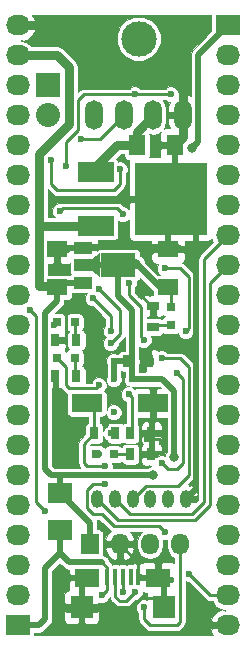
<source format=gbr>
G04 #@! TF.FileFunction,Copper,L1,Top,Signal*
%FSLAX46Y46*%
G04 Gerber Fmt 4.6, Leading zero omitted, Abs format (unit mm)*
G04 Created by KiCad (PCBNEW 4.0.7) date 02/19/18 11:26:27*
%MOMM*%
%LPD*%
G01*
G04 APERTURE LIST*
%ADD10C,0.100000*%
%ADD11R,2.032000X1.727200*%
%ADD12O,2.032000X1.727200*%
%ADD13O,1.500000X2.500000*%
%ADD14C,3.000000*%
%ADD15R,0.800000X1.000000*%
%ADD16R,1.000000X0.800000*%
%ADD17O,1.000000X1.524000*%
%ADD18R,2.032000X2.032000*%
%ADD19O,2.032000X2.032000*%
%ADD20R,0.797560X0.797560*%
%ADD21R,1.501140X1.000760*%
%ADD22R,2.999740X1.998980*%
%ADD23R,3.048000X1.651000*%
%ADD24R,6.096000X6.096000*%
%ADD25R,1.400000X1.800000*%
%ADD26R,1.800000X1.400000*%
%ADD27R,0.600000X1.000000*%
%ADD28R,2.600000X1.500000*%
%ADD29R,2.029460X1.651000*%
%ADD30R,0.400000X1.350000*%
%ADD31R,2.100000X1.600000*%
%ADD32R,1.900000X1.900000*%
%ADD33R,1.500000X1.800000*%
%ADD34O,1.500000X1.800000*%
%ADD35C,0.600000*%
%ADD36C,0.800000*%
%ADD37C,0.250000*%
%ADD38C,0.800000*%
%ADD39C,0.500000*%
%ADD40C,0.026000*%
G04 APERTURE END LIST*
D10*
D11*
X22860000Y-71120000D03*
D12*
X22860000Y-68580000D03*
X22860000Y-66040000D03*
X22860000Y-63500000D03*
X22860000Y-60960000D03*
X22860000Y-58420000D03*
X22860000Y-55880000D03*
X22860000Y-53340000D03*
X22860000Y-50800000D03*
X22860000Y-48260000D03*
X22860000Y-45720000D03*
X22860000Y-43180000D03*
X22860000Y-40640000D03*
X22860000Y-38100000D03*
X22860000Y-35560000D03*
X22860000Y-33020000D03*
X22860000Y-30480000D03*
X22860000Y-27940000D03*
X22860000Y-25400000D03*
X22860000Y-22860000D03*
X22860000Y-20320000D03*
D13*
X36830000Y-27940000D03*
X34330000Y-27940000D03*
X31830000Y-27940000D03*
X29330000Y-27940000D03*
D14*
X33080000Y-21440000D03*
D15*
X31126000Y-54864000D03*
X29326000Y-54864000D03*
X34174000Y-54864000D03*
X32374000Y-54864000D03*
D16*
X34290000Y-45858000D03*
X34290000Y-44058000D03*
D15*
X32374000Y-56642000D03*
X34174000Y-56642000D03*
D17*
X37084000Y-60452000D03*
X35584000Y-60452000D03*
X34084000Y-60452000D03*
X32584000Y-60452000D03*
X31084000Y-60452000D03*
X29584000Y-60452000D03*
D18*
X25400000Y-25400000D03*
D19*
X25400000Y-27940000D03*
D20*
X35814000Y-44208700D03*
X35814000Y-45707300D03*
X29476700Y-56642000D03*
X30975300Y-56642000D03*
D21*
X28374340Y-39138860D03*
X28374340Y-40640000D03*
X28374340Y-42141140D03*
D22*
X31325820Y-40640000D03*
D10*
G36*
X29851350Y-41640760D02*
X29102050Y-41140380D01*
X29102050Y-40139620D01*
X29851350Y-39639240D01*
X29851350Y-41640760D01*
X29851350Y-41640760D01*
G37*
D23*
X29464000Y-32766000D03*
D24*
X35814000Y-35052000D03*
D23*
X29464000Y-37338000D03*
D25*
X32944000Y-30480000D03*
X36144000Y-30480000D03*
D26*
X26162000Y-42494000D03*
X26162000Y-39294000D03*
X35560000Y-42494000D03*
X35560000Y-39294000D03*
D27*
X32020000Y-48768000D03*
X34020000Y-48768000D03*
D28*
X34296000Y-52324000D03*
X28696000Y-52324000D03*
D29*
X26416000Y-63052960D03*
X26416000Y-59883040D03*
D30*
X30449100Y-67017460D03*
X31099100Y-67017460D03*
X31749100Y-67017460D03*
X32399100Y-67017460D03*
X33049100Y-67017460D03*
D31*
X28750000Y-67080000D03*
D32*
X28250000Y-69580000D03*
X35250000Y-69580000D03*
D31*
X34750000Y-67080000D03*
D33*
X28956000Y-64262000D03*
D34*
X31496000Y-64262000D03*
X34036000Y-64262000D03*
X36576000Y-64262000D03*
D11*
X40640000Y-20320000D03*
D12*
X40640000Y-22860000D03*
X40640000Y-25400000D03*
X40640000Y-27940000D03*
X40640000Y-30480000D03*
X40640000Y-33020000D03*
X40640000Y-35560000D03*
X40640000Y-38100000D03*
X40640000Y-40640000D03*
X40640000Y-43180000D03*
X40640000Y-45720000D03*
X40640000Y-48260000D03*
X40640000Y-50800000D03*
X40640000Y-53340000D03*
X40640000Y-55880000D03*
X40640000Y-58420000D03*
X40640000Y-60960000D03*
X40640000Y-63500000D03*
X40640000Y-66040000D03*
X40640000Y-68580000D03*
X40640000Y-71120000D03*
D20*
X26174700Y-45466000D03*
X27673300Y-45466000D03*
X26174700Y-48514000D03*
X27673300Y-48514000D03*
D15*
X27824000Y-46990000D03*
X26024000Y-46990000D03*
X27824000Y-50038000D03*
X26024000Y-50038000D03*
D35*
X35052000Y-55626000D03*
X33782000Y-55372000D03*
X29464000Y-47498000D03*
X35814000Y-67310000D03*
X27940000Y-67564000D03*
X27178000Y-69850000D03*
X27940000Y-69850000D03*
X32512000Y-69850000D03*
X31750000Y-69850000D03*
X30988000Y-69850000D03*
X30226000Y-69850000D03*
X29464000Y-69850000D03*
X28702000Y-69850000D03*
D36*
X35306000Y-69088000D03*
D35*
X26162000Y-67310000D03*
X26162000Y-53594000D03*
X37973000Y-50038000D03*
X31750000Y-37338000D03*
X31750000Y-38100000D03*
X27178000Y-56896000D03*
X26162000Y-56896000D03*
X34163000Y-39530000D03*
X33274000Y-43180000D03*
X35052000Y-34798000D03*
X31750000Y-34798000D03*
X26670000Y-35052000D03*
X33528000Y-49530000D03*
X30226000Y-57658000D03*
X30226000Y-59182000D03*
X35306000Y-63246000D03*
X37338000Y-66802000D03*
X29718000Y-51816000D03*
X30988000Y-50292000D03*
D36*
X32893000Y-40513000D03*
X37592000Y-30734000D03*
D35*
X30734000Y-54864000D03*
D36*
X36068000Y-56896000D03*
D35*
X32512000Y-48768000D03*
X32512000Y-50292000D03*
X30988000Y-48768000D03*
X29718000Y-56642000D03*
X32258000Y-51562000D03*
X33528000Y-69596000D03*
X32258000Y-42164000D03*
X33528000Y-46990000D03*
X37084000Y-46228000D03*
X35306000Y-40894000D03*
X35052000Y-48514000D03*
X36322000Y-49784000D03*
X35052000Y-57404000D03*
X23876000Y-44450000D03*
X25146000Y-61468000D03*
X25908000Y-45720000D03*
X30988000Y-53086000D03*
X29718000Y-50800000D03*
X30734000Y-46228000D03*
X29210000Y-43434000D03*
D36*
X34290000Y-58420000D03*
D35*
X29718000Y-42672000D03*
X30734000Y-47244000D03*
X26416000Y-36068000D03*
X31750000Y-36322000D03*
X25654000Y-31750000D03*
X31496000Y-32512000D03*
X32766000Y-26162000D03*
X35814000Y-26162000D03*
X26924000Y-32258000D03*
X28194000Y-29972000D03*
X32766000Y-68326000D03*
X31750000Y-68326000D03*
X29972000Y-68580000D03*
D37*
X34798000Y-55372000D02*
X35052000Y-55626000D01*
X33782000Y-55372000D02*
X34798000Y-55372000D01*
X26024000Y-50038000D02*
X26024000Y-53456000D01*
X26024000Y-53456000D02*
X26162000Y-53594000D01*
X26024000Y-46990000D02*
X26670000Y-46990000D01*
X28702000Y-46736000D02*
X29464000Y-47498000D01*
X28702000Y-44958000D02*
X28702000Y-46736000D01*
X28194000Y-44450000D02*
X28702000Y-44958000D01*
X27178000Y-44450000D02*
X28194000Y-44450000D01*
X26924000Y-44704000D02*
X27178000Y-44450000D01*
X26924000Y-46736000D02*
X26924000Y-44704000D01*
X26670000Y-46990000D02*
X26924000Y-46736000D01*
D38*
X22860000Y-20320000D02*
X26670000Y-20320000D01*
X26670000Y-20320000D02*
X30734000Y-24384000D01*
X36068000Y-24384000D02*
X36830000Y-25146000D01*
X36830000Y-25146000D02*
X36830000Y-27940000D01*
X30734000Y-24384000D02*
X36068000Y-24384000D01*
D37*
X34174000Y-54864000D02*
X34296000Y-54742000D01*
X34296000Y-54742000D02*
X34296000Y-52324000D01*
X34174000Y-56642000D02*
X34174000Y-54864000D01*
X34750000Y-67080000D02*
X34980000Y-67310000D01*
X34980000Y-67310000D02*
X35814000Y-67310000D01*
X27940000Y-67564000D02*
X28266000Y-67564000D01*
X28266000Y-67564000D02*
X28750000Y-67080000D01*
X27940000Y-69850000D02*
X28210000Y-69580000D01*
X28210000Y-69580000D02*
X28250000Y-69580000D01*
X31750000Y-69850000D02*
X30988000Y-69850000D01*
X30226000Y-69850000D02*
X29464000Y-69850000D01*
X32512000Y-69580000D02*
X32512000Y-69850000D01*
X28702000Y-69850000D02*
X28432000Y-69580000D01*
X28432000Y-69580000D02*
X28250000Y-69580000D01*
X28250000Y-69580000D02*
X32512000Y-69580000D01*
X32512000Y-69580000D02*
X32528000Y-69580000D01*
X33274000Y-68834000D02*
X34504000Y-68834000D01*
X32528000Y-69580000D02*
X33274000Y-68834000D01*
X34504000Y-68834000D02*
X35250000Y-69580000D01*
D39*
X28250000Y-69580000D02*
X28250000Y-67580000D01*
X28250000Y-67580000D02*
X28750000Y-67080000D01*
X35250000Y-69580000D02*
X35250000Y-67580000D01*
X35250000Y-67580000D02*
X34750000Y-67080000D01*
X35306000Y-69088000D02*
X35250000Y-69144000D01*
X35250000Y-69144000D02*
X35250000Y-69580000D01*
D37*
X28448000Y-69778000D02*
X28250000Y-69580000D01*
X26392000Y-67080000D02*
X28750000Y-67080000D01*
X26162000Y-67310000D02*
X26392000Y-67080000D01*
X28250000Y-67580000D02*
X28750000Y-67080000D01*
X34750000Y-67080000D02*
X33111640Y-67080000D01*
X33111640Y-67080000D02*
X33049100Y-67017460D01*
X35250000Y-67580000D02*
X34750000Y-67080000D01*
X31496000Y-64262000D02*
X33049100Y-65815100D01*
X33049100Y-65815100D02*
X33049100Y-67017460D01*
X26162000Y-53594000D02*
X26162000Y-56896000D01*
X35052000Y-67056000D02*
X35234000Y-67056000D01*
X35234000Y-67056000D02*
X35250000Y-67040000D01*
X31750000Y-39116000D02*
X31750000Y-38100000D01*
X34428000Y-54610000D02*
X34428000Y-54980000D01*
D39*
X34020000Y-48768000D02*
X33528000Y-48768000D01*
D37*
X27178000Y-56896000D02*
X26162000Y-56896000D01*
D39*
X37973000Y-47244000D02*
X37973000Y-50038000D01*
X37973000Y-50038000D02*
X37973000Y-59563000D01*
X37973000Y-59563000D02*
X37084000Y-60452000D01*
D37*
X34163000Y-39243000D02*
X34036000Y-39116000D01*
X34163000Y-39530000D02*
X34163000Y-39243000D01*
D39*
X35560000Y-39294000D02*
X35382000Y-39116000D01*
X35382000Y-39116000D02*
X34036000Y-39116000D01*
X34036000Y-39116000D02*
X31750000Y-39116000D01*
X31750000Y-39116000D02*
X28397200Y-39116000D01*
X28397200Y-39116000D02*
X28374340Y-39138860D01*
X35560000Y-39294000D02*
X35560000Y-35306000D01*
X35560000Y-35306000D02*
X35814000Y-35052000D01*
D37*
X34152000Y-44058000D02*
X33274000Y-43180000D01*
D39*
X36576000Y-39294000D02*
X36398000Y-39116000D01*
X28397200Y-39116000D02*
X28374340Y-39138860D01*
X36576000Y-39294000D02*
X37973000Y-39294000D01*
X37846000Y-39370000D02*
X37973000Y-39370000D01*
X37897000Y-39370000D02*
X37846000Y-39370000D01*
X37973000Y-39294000D02*
X37897000Y-39370000D01*
D37*
X35052000Y-34798000D02*
X35560000Y-34798000D01*
X35560000Y-34798000D02*
X35814000Y-35052000D01*
X31750000Y-34798000D02*
X32004000Y-35052000D01*
X31496000Y-35052000D02*
X26670000Y-35052000D01*
X31750000Y-34798000D02*
X31496000Y-35052000D01*
X32004000Y-35052000D02*
X35814000Y-35052000D01*
D39*
X28374340Y-39138860D02*
X26317140Y-39138860D01*
X26317140Y-39138860D02*
X26162000Y-39294000D01*
X37973000Y-47244000D02*
X34544000Y-47244000D01*
X33528000Y-48260000D02*
X33528000Y-48768000D01*
X33528000Y-48768000D02*
X33528000Y-49530000D01*
X34544000Y-47244000D02*
X33528000Y-48260000D01*
X36144000Y-30480000D02*
X36144000Y-34722000D01*
X37973000Y-37211000D02*
X37973000Y-39370000D01*
X37973000Y-39370000D02*
X37973000Y-44450000D01*
X37973000Y-44450000D02*
X37973000Y-47244000D01*
X35814000Y-35052000D02*
X37973000Y-37211000D01*
X35814000Y-35052000D02*
X37846000Y-37084000D01*
X35560000Y-35306000D02*
X35814000Y-35052000D01*
D38*
X36144000Y-34722000D02*
X35814000Y-35052000D01*
X36830000Y-27940000D02*
X36830000Y-29794000D01*
X36830000Y-29794000D02*
X36144000Y-30480000D01*
X34544000Y-35306000D02*
X34798000Y-35052000D01*
D39*
X28219200Y-39294000D02*
X28374340Y-39138860D01*
X34290000Y-35560000D02*
X34798000Y-35052000D01*
D37*
X34428000Y-52346000D02*
X34450000Y-52324000D01*
X28448000Y-55742000D02*
X29326000Y-54864000D01*
X28448000Y-57404000D02*
X28448000Y-55742000D01*
X28702000Y-57658000D02*
X28448000Y-57404000D01*
X30226000Y-57658000D02*
X28702000Y-57658000D01*
X34798000Y-62738000D02*
X35306000Y-63246000D01*
X29210000Y-59182000D02*
X28702000Y-59690000D01*
X28702000Y-59690000D02*
X28702000Y-61214000D01*
X28702000Y-61214000D02*
X29210000Y-61722000D01*
X30988000Y-62738000D02*
X34798000Y-62738000D01*
X30226000Y-59182000D02*
X29210000Y-59182000D01*
X29972000Y-61722000D02*
X30988000Y-62738000D01*
X29210000Y-61722000D02*
X29972000Y-61722000D01*
X37338000Y-66802000D02*
X39116000Y-68580000D01*
X39116000Y-68580000D02*
X40640000Y-68580000D01*
X29326000Y-54864000D02*
X29326000Y-52954000D01*
X29326000Y-52954000D02*
X28696000Y-52324000D01*
X28696000Y-52324000D02*
X28818000Y-52446000D01*
X29718000Y-51816000D02*
X29558000Y-51816000D01*
X29558000Y-51816000D02*
X29050000Y-52324000D01*
D38*
X29464000Y-32766000D02*
X29464000Y-32258000D01*
X29464000Y-32258000D02*
X31242000Y-30480000D01*
X31242000Y-30480000D02*
X32944000Y-30480000D01*
X32944000Y-30480000D02*
X32944000Y-29326000D01*
X32944000Y-29326000D02*
X34330000Y-27940000D01*
D39*
X30988000Y-50292000D02*
X30988000Y-48768000D01*
X32893000Y-40513000D02*
X32766000Y-40640000D01*
X32766000Y-40640000D02*
X31325820Y-40640000D01*
X38100000Y-30226000D02*
X38100000Y-22860000D01*
X37592000Y-30734000D02*
X38100000Y-30226000D01*
X38100000Y-22860000D02*
X40640000Y-20320000D01*
D37*
X30734000Y-54864000D02*
X31126000Y-54864000D01*
D39*
X28374340Y-40640000D02*
X29476700Y-40640000D01*
X29476700Y-40640000D02*
X31325820Y-40640000D01*
X32020000Y-48768000D02*
X32512000Y-48768000D01*
X30988000Y-48768000D02*
X32020000Y-48768000D01*
X35052000Y-50292000D02*
X36068000Y-51308000D01*
X36068000Y-51308000D02*
X36068000Y-56896000D01*
X32512000Y-50292000D02*
X35052000Y-50292000D01*
X35560000Y-42494000D02*
X34874000Y-42494000D01*
X34874000Y-42494000D02*
X33020000Y-40640000D01*
D37*
X35814000Y-44208700D02*
X35814000Y-42748000D01*
X35814000Y-42748000D02*
X35560000Y-42494000D01*
D39*
X31325820Y-40640000D02*
X32004000Y-40640000D01*
X31325820Y-40640000D02*
X32087820Y-39878000D01*
X31325820Y-40640000D02*
X31325820Y-43263820D01*
X31325820Y-43263820D02*
X32512000Y-44450000D01*
X32512000Y-48768000D02*
X32512000Y-44450000D01*
X32512000Y-48768000D02*
X32512000Y-50292000D01*
X31325820Y-40640000D02*
X33020000Y-40640000D01*
D37*
X35814000Y-45707300D02*
X34440700Y-45707300D01*
X34440700Y-45707300D02*
X34290000Y-45858000D01*
X30975300Y-56642000D02*
X32374000Y-56642000D01*
X23114000Y-68834000D02*
X22860000Y-68580000D01*
X23355300Y-69075300D02*
X22860000Y-68580000D01*
X29718000Y-56642000D02*
X29476700Y-56642000D01*
X32512000Y-51816000D02*
X32512000Y-54726000D01*
X32258000Y-51562000D02*
X32512000Y-51816000D01*
X32512000Y-54726000D02*
X32374000Y-54864000D01*
X33528000Y-70612000D02*
X34036000Y-71120000D01*
X33528000Y-69596000D02*
X33528000Y-70612000D01*
X36576000Y-64262000D02*
X36576000Y-70866000D01*
X36576000Y-70866000D02*
X36322000Y-71120000D01*
X36322000Y-71120000D02*
X34036000Y-71120000D01*
X31084000Y-60452000D02*
X32354000Y-61722000D01*
X38608000Y-40132000D02*
X40640000Y-38100000D01*
X38608000Y-60706000D02*
X38608000Y-40132000D01*
X37592000Y-61722000D02*
X38608000Y-60706000D01*
X32354000Y-61722000D02*
X37592000Y-61722000D01*
X39116000Y-42164000D02*
X39116000Y-60960000D01*
X40640000Y-40640000D02*
X39116000Y-42164000D01*
X31362000Y-62230000D02*
X29584000Y-60452000D01*
X37846000Y-62230000D02*
X31362000Y-62230000D01*
X39116000Y-60960000D02*
X37846000Y-62230000D01*
X33274000Y-44196000D02*
X32258000Y-43180000D01*
X32258000Y-43180000D02*
X32258000Y-42164000D01*
X33274000Y-46736000D02*
X33274000Y-44196000D01*
X33528000Y-46990000D02*
X33274000Y-46736000D01*
X37338000Y-45974000D02*
X37084000Y-46228000D01*
X37338000Y-41656000D02*
X37338000Y-45974000D01*
X36576000Y-40894000D02*
X37338000Y-41656000D01*
X35306000Y-40894000D02*
X36576000Y-40894000D01*
X36449000Y-59309000D02*
X33727000Y-59309000D01*
X36576000Y-48514000D02*
X37338000Y-49276000D01*
X35052000Y-48514000D02*
X36576000Y-48514000D01*
X37338000Y-58420000D02*
X36449000Y-59309000D01*
X37338000Y-49276000D02*
X37338000Y-58420000D01*
X33727000Y-59309000D02*
X32584000Y-60452000D01*
X36322000Y-49784000D02*
X36830000Y-50292000D01*
X36830000Y-57404000D02*
X36830000Y-50292000D01*
X36322000Y-57912000D02*
X36830000Y-57404000D01*
X35560000Y-57912000D02*
X36322000Y-57912000D01*
X35052000Y-57404000D02*
X35560000Y-57912000D01*
X25146000Y-61468000D02*
X24384000Y-60706000D01*
X24384000Y-60706000D02*
X24384000Y-44958000D01*
X23876000Y-44450000D02*
X24384000Y-44958000D01*
X25908000Y-45720000D02*
X25920700Y-45720000D01*
X25920700Y-45720000D02*
X26174700Y-45466000D01*
X29718000Y-50800000D02*
X29464000Y-51054000D01*
X26924000Y-49263300D02*
X26174700Y-48514000D01*
X26924000Y-50800000D02*
X26924000Y-49263300D01*
X27178000Y-51054000D02*
X26924000Y-50800000D01*
X29464000Y-51054000D02*
X27178000Y-51054000D01*
X30734000Y-44958000D02*
X30734000Y-46228000D01*
X29210000Y-43434000D02*
X30734000Y-44958000D01*
D39*
X25146000Y-57912000D02*
X25146000Y-44704000D01*
X26162000Y-43688000D02*
X26162000Y-42494000D01*
X25146000Y-44704000D02*
X26162000Y-43688000D01*
D38*
X22860000Y-22860000D02*
X26162000Y-22860000D01*
X27178000Y-23876000D02*
X26162000Y-22860000D01*
X27178000Y-28702000D02*
X27178000Y-23876000D01*
X24638000Y-31242000D02*
X27178000Y-28702000D01*
X24638000Y-32512000D02*
X24638000Y-31242000D01*
X24638000Y-32512000D02*
X24638000Y-37338000D01*
D39*
X28956000Y-64262000D02*
X28956000Y-62423040D01*
X28956000Y-62423040D02*
X26416000Y-59883040D01*
X25146000Y-57912000D02*
X25654000Y-58420000D01*
X25654000Y-58420000D02*
X26416000Y-58420000D01*
X26416000Y-59883040D02*
X26416000Y-58420000D01*
X26416000Y-58420000D02*
X34290000Y-58420000D01*
X26162000Y-42494000D02*
X26514860Y-42141140D01*
X26514860Y-42141140D02*
X28374340Y-42141140D01*
D38*
X29464000Y-37338000D02*
X24638000Y-37338000D01*
X24638000Y-42418000D02*
X26086000Y-42418000D01*
X26086000Y-42418000D02*
X26162000Y-42494000D01*
X24638000Y-37338000D02*
X24638000Y-42418000D01*
D37*
X31496000Y-44450000D02*
X29718000Y-42672000D01*
X31496000Y-46482000D02*
X31496000Y-44450000D01*
X30734000Y-47244000D02*
X31496000Y-46482000D01*
X26416000Y-36068000D02*
X26670000Y-35814000D01*
X26670000Y-35814000D02*
X31242000Y-35814000D01*
X31242000Y-35814000D02*
X31750000Y-36322000D01*
X26162000Y-34290000D02*
X25654000Y-33782000D01*
X25654000Y-33782000D02*
X25654000Y-31750000D01*
X30988000Y-34290000D02*
X26162000Y-34290000D01*
X31496000Y-33782000D02*
X30988000Y-34290000D01*
X31496000Y-33782000D02*
X31496000Y-32512000D01*
X28448000Y-26162000D02*
X32766000Y-26162000D01*
X32766000Y-26162000D02*
X35814000Y-26162000D01*
X27940000Y-26670000D02*
X28448000Y-26162000D01*
X27940000Y-29210000D02*
X27940000Y-26670000D01*
X26924000Y-32258000D02*
X26924000Y-30226000D01*
X26924000Y-30226000D02*
X27940000Y-29210000D01*
X29798000Y-29972000D02*
X31830000Y-27940000D01*
X28194000Y-29972000D02*
X29798000Y-29972000D01*
X31830000Y-27940000D02*
X31750000Y-27940000D01*
X31496000Y-69088000D02*
X32004000Y-69088000D01*
X32004000Y-69088000D02*
X32766000Y-68326000D01*
X31099100Y-68691100D02*
X31099100Y-67017460D01*
X31496000Y-69088000D02*
X31099100Y-68691100D01*
X31749100Y-68325100D02*
X31749100Y-67017460D01*
X31750000Y-68326000D02*
X31749100Y-68325100D01*
D39*
X26416000Y-65024000D02*
X25146000Y-66294000D01*
X24638000Y-71120000D02*
X22860000Y-71120000D01*
X25146000Y-70612000D02*
X24638000Y-71120000D01*
X25146000Y-66294000D02*
X25146000Y-70612000D01*
D37*
X30449100Y-67017460D02*
X30449100Y-68102900D01*
X30449100Y-68102900D02*
X29972000Y-68580000D01*
X30449100Y-67017460D02*
X30449100Y-66263100D01*
D39*
X26416000Y-65024000D02*
X26416000Y-63052960D01*
X27178000Y-65786000D02*
X26416000Y-65024000D01*
X29972000Y-65786000D02*
X27178000Y-65786000D01*
D37*
X30449100Y-66263100D02*
X29972000Y-65786000D01*
X25908000Y-63560960D02*
X26416000Y-63052960D01*
X27673300Y-45466000D02*
X27673300Y-46839300D01*
X27673300Y-46839300D02*
X27824000Y-46990000D01*
X27673300Y-48514000D02*
X27673300Y-49887300D01*
X27673300Y-49887300D02*
X27824000Y-50038000D01*
D40*
G36*
X26744544Y-66219457D02*
X26943415Y-66352338D01*
X27178000Y-66399000D01*
X27179000Y-66399000D01*
X27179000Y-66708750D01*
X27309250Y-66839000D01*
X28509000Y-66839000D01*
X28509000Y-66819000D01*
X28991000Y-66819000D01*
X28991000Y-66839000D01*
X29011000Y-66839000D01*
X29011000Y-67321000D01*
X28991000Y-67321000D01*
X28991000Y-67341000D01*
X28509000Y-67341000D01*
X28509000Y-67321000D01*
X27309250Y-67321000D01*
X27179000Y-67451250D01*
X27179000Y-67983634D01*
X27230929Y-68109000D01*
X27196367Y-68109000D01*
X27004878Y-68188317D01*
X26858318Y-68334877D01*
X26779000Y-68526366D01*
X26779000Y-69208750D01*
X26909250Y-69339000D01*
X28009000Y-69339000D01*
X28009000Y-69319000D01*
X28491000Y-69319000D01*
X28491000Y-69339000D01*
X29590750Y-69339000D01*
X29721000Y-69208750D01*
X29721000Y-69193661D01*
X29839543Y-69242885D01*
X30103300Y-69243115D01*
X30347069Y-69142392D01*
X30533736Y-68956050D01*
X30621676Y-68744268D01*
X30648247Y-68877850D01*
X30722592Y-68989115D01*
X30754032Y-69036168D01*
X31150932Y-69433068D01*
X31309250Y-69538853D01*
X31496000Y-69576000D01*
X32004000Y-69576000D01*
X32190750Y-69538853D01*
X32349068Y-69433068D01*
X32793112Y-68989024D01*
X32897300Y-68989115D01*
X33141069Y-68888392D01*
X33327736Y-68702050D01*
X33428885Y-68458457D01*
X33428996Y-68331673D01*
X33596367Y-68401000D01*
X33830929Y-68401000D01*
X33779000Y-68526366D01*
X33779000Y-68982339D01*
X33660457Y-68933115D01*
X33396700Y-68932885D01*
X33152931Y-69033608D01*
X32966264Y-69219950D01*
X32865115Y-69463543D01*
X32864885Y-69727300D01*
X32965608Y-69971069D01*
X33040000Y-70045591D01*
X33040000Y-70612000D01*
X33077147Y-70798750D01*
X33135055Y-70885415D01*
X33182932Y-70957068D01*
X33690932Y-71465068D01*
X33849250Y-71570853D01*
X34036000Y-71608000D01*
X36322000Y-71608000D01*
X36508750Y-71570853D01*
X36667068Y-71465068D01*
X36921068Y-71211068D01*
X37026853Y-71052750D01*
X37064000Y-70866000D01*
X37064000Y-67406111D01*
X37205543Y-67464885D01*
X37310841Y-67464977D01*
X38770932Y-68925068D01*
X38929251Y-69030854D01*
X39116000Y-69068000D01*
X39339782Y-69068000D01*
X39593247Y-69447337D01*
X39991185Y-69713231D01*
X40398998Y-69794350D01*
X40398998Y-69873374D01*
X40184700Y-69773937D01*
X39692641Y-69992315D01*
X39321607Y-70382373D01*
X39178622Y-70668674D01*
X39256620Y-70879000D01*
X40399000Y-70879000D01*
X40399000Y-70859000D01*
X40881000Y-70859000D01*
X40881000Y-70879000D01*
X40901000Y-70879000D01*
X40901000Y-71361000D01*
X40881000Y-71361000D01*
X40881000Y-71381000D01*
X40399000Y-71381000D01*
X40399000Y-71361000D01*
X39256620Y-71361000D01*
X39178622Y-71571326D01*
X39321607Y-71857627D01*
X39411377Y-71952000D01*
X24246111Y-71952000D01*
X24246111Y-71733000D01*
X24638000Y-71733000D01*
X24872585Y-71686338D01*
X25071456Y-71553456D01*
X25579456Y-71045457D01*
X25712338Y-70846585D01*
X25721853Y-70798749D01*
X25759000Y-70612000D01*
X25759000Y-69951250D01*
X26779000Y-69951250D01*
X26779000Y-70633634D01*
X26858318Y-70825123D01*
X27004878Y-70971683D01*
X27196367Y-71051000D01*
X27878750Y-71051000D01*
X28009000Y-70920750D01*
X28009000Y-69821000D01*
X28491000Y-69821000D01*
X28491000Y-70920750D01*
X28621250Y-71051000D01*
X29303633Y-71051000D01*
X29495122Y-70971683D01*
X29641682Y-70825123D01*
X29721000Y-70633634D01*
X29721000Y-69951250D01*
X29590750Y-69821000D01*
X28491000Y-69821000D01*
X28009000Y-69821000D01*
X26909250Y-69821000D01*
X26779000Y-69951250D01*
X25759000Y-69951250D01*
X25759000Y-66547912D01*
X26416000Y-65890913D01*
X26744544Y-66219457D01*
X26744544Y-66219457D01*
G37*
X26744544Y-66219457D02*
X26943415Y-66352338D01*
X27178000Y-66399000D01*
X27179000Y-66399000D01*
X27179000Y-66708750D01*
X27309250Y-66839000D01*
X28509000Y-66839000D01*
X28509000Y-66819000D01*
X28991000Y-66819000D01*
X28991000Y-66839000D01*
X29011000Y-66839000D01*
X29011000Y-67321000D01*
X28991000Y-67321000D01*
X28991000Y-67341000D01*
X28509000Y-67341000D01*
X28509000Y-67321000D01*
X27309250Y-67321000D01*
X27179000Y-67451250D01*
X27179000Y-67983634D01*
X27230929Y-68109000D01*
X27196367Y-68109000D01*
X27004878Y-68188317D01*
X26858318Y-68334877D01*
X26779000Y-68526366D01*
X26779000Y-69208750D01*
X26909250Y-69339000D01*
X28009000Y-69339000D01*
X28009000Y-69319000D01*
X28491000Y-69319000D01*
X28491000Y-69339000D01*
X29590750Y-69339000D01*
X29721000Y-69208750D01*
X29721000Y-69193661D01*
X29839543Y-69242885D01*
X30103300Y-69243115D01*
X30347069Y-69142392D01*
X30533736Y-68956050D01*
X30621676Y-68744268D01*
X30648247Y-68877850D01*
X30722592Y-68989115D01*
X30754032Y-69036168D01*
X31150932Y-69433068D01*
X31309250Y-69538853D01*
X31496000Y-69576000D01*
X32004000Y-69576000D01*
X32190750Y-69538853D01*
X32349068Y-69433068D01*
X32793112Y-68989024D01*
X32897300Y-68989115D01*
X33141069Y-68888392D01*
X33327736Y-68702050D01*
X33428885Y-68458457D01*
X33428996Y-68331673D01*
X33596367Y-68401000D01*
X33830929Y-68401000D01*
X33779000Y-68526366D01*
X33779000Y-68982339D01*
X33660457Y-68933115D01*
X33396700Y-68932885D01*
X33152931Y-69033608D01*
X32966264Y-69219950D01*
X32865115Y-69463543D01*
X32864885Y-69727300D01*
X32965608Y-69971069D01*
X33040000Y-70045591D01*
X33040000Y-70612000D01*
X33077147Y-70798750D01*
X33135055Y-70885415D01*
X33182932Y-70957068D01*
X33690932Y-71465068D01*
X33849250Y-71570853D01*
X34036000Y-71608000D01*
X36322000Y-71608000D01*
X36508750Y-71570853D01*
X36667068Y-71465068D01*
X36921068Y-71211068D01*
X37026853Y-71052750D01*
X37064000Y-70866000D01*
X37064000Y-67406111D01*
X37205543Y-67464885D01*
X37310841Y-67464977D01*
X38770932Y-68925068D01*
X38929251Y-69030854D01*
X39116000Y-69068000D01*
X39339782Y-69068000D01*
X39593247Y-69447337D01*
X39991185Y-69713231D01*
X40398998Y-69794350D01*
X40398998Y-69873374D01*
X40184700Y-69773937D01*
X39692641Y-69992315D01*
X39321607Y-70382373D01*
X39178622Y-70668674D01*
X39256620Y-70879000D01*
X40399000Y-70879000D01*
X40399000Y-70859000D01*
X40881000Y-70859000D01*
X40881000Y-70879000D01*
X40901000Y-70879000D01*
X40901000Y-71361000D01*
X40881000Y-71361000D01*
X40881000Y-71381000D01*
X40399000Y-71381000D01*
X40399000Y-71361000D01*
X39256620Y-71361000D01*
X39178622Y-71571326D01*
X39321607Y-71857627D01*
X39411377Y-71952000D01*
X24246111Y-71952000D01*
X24246111Y-71733000D01*
X24638000Y-71733000D01*
X24872585Y-71686338D01*
X25071456Y-71553456D01*
X25579456Y-71045457D01*
X25712338Y-70846585D01*
X25721853Y-70798749D01*
X25759000Y-70612000D01*
X25759000Y-69951250D01*
X26779000Y-69951250D01*
X26779000Y-70633634D01*
X26858318Y-70825123D01*
X27004878Y-70971683D01*
X27196367Y-71051000D01*
X27878750Y-71051000D01*
X28009000Y-70920750D01*
X28009000Y-69821000D01*
X28491000Y-69821000D01*
X28491000Y-70920750D01*
X28621250Y-71051000D01*
X29303633Y-71051000D01*
X29495122Y-70971683D01*
X29641682Y-70825123D01*
X29721000Y-70633634D01*
X29721000Y-69951250D01*
X29590750Y-69821000D01*
X28491000Y-69821000D01*
X28009000Y-69821000D01*
X26909250Y-69821000D01*
X26779000Y-69951250D01*
X25759000Y-69951250D01*
X25759000Y-66547912D01*
X26416000Y-65890913D01*
X26744544Y-66219457D01*
G36*
X35491000Y-69339000D02*
X35511000Y-69339000D01*
X35511000Y-69821000D01*
X35491000Y-69821000D01*
X35491000Y-69841000D01*
X35009000Y-69841000D01*
X35009000Y-69821000D01*
X34989000Y-69821000D01*
X34989000Y-69339000D01*
X35009000Y-69339000D01*
X35009000Y-69319000D01*
X35491000Y-69319000D01*
X35491000Y-69339000D01*
X35491000Y-69339000D01*
G37*
X35491000Y-69339000D02*
X35511000Y-69339000D01*
X35511000Y-69821000D01*
X35491000Y-69821000D01*
X35491000Y-69841000D01*
X35009000Y-69841000D01*
X35009000Y-69821000D01*
X34989000Y-69821000D01*
X34989000Y-69339000D01*
X35009000Y-69339000D01*
X35009000Y-69319000D01*
X35491000Y-69319000D01*
X35491000Y-69339000D01*
G36*
X30642932Y-63083068D02*
X30722179Y-63136019D01*
X30467216Y-63374833D01*
X30263426Y-63824645D01*
X30363899Y-64021000D01*
X31255000Y-64021000D01*
X31255000Y-64001000D01*
X31737000Y-64001000D01*
X31737000Y-64021000D01*
X32628101Y-64021000D01*
X32728574Y-63824645D01*
X32524784Y-63374833D01*
X32365887Y-63226000D01*
X33360107Y-63226000D01*
X33248990Y-63300246D01*
X33007722Y-63661329D01*
X32923000Y-64087256D01*
X32923000Y-64436744D01*
X33007722Y-64862671D01*
X33248990Y-65223754D01*
X33610073Y-65465022D01*
X34036000Y-65549744D01*
X34461927Y-65465022D01*
X34823010Y-65223754D01*
X35064278Y-64862671D01*
X35149000Y-64436744D01*
X35149000Y-64087256D01*
X35108116Y-63881717D01*
X35173543Y-63908885D01*
X35437300Y-63909115D01*
X35503909Y-63881593D01*
X35463000Y-64087256D01*
X35463000Y-64436744D01*
X35547722Y-64862671D01*
X35788990Y-65223754D01*
X36088000Y-65423546D01*
X36088000Y-65835367D01*
X35903633Y-65759000D01*
X35121250Y-65759000D01*
X34991000Y-65889250D01*
X34991000Y-66839000D01*
X35011000Y-66839000D01*
X35011000Y-67321000D01*
X34991000Y-67321000D01*
X34991000Y-67341000D01*
X34509000Y-67341000D01*
X34509000Y-67321000D01*
X33702390Y-67321000D01*
X33639850Y-67258460D01*
X33149100Y-67258460D01*
X33149100Y-67278460D01*
X32969211Y-67278460D01*
X32969211Y-66342460D01*
X32949100Y-66235581D01*
X32949100Y-65951710D01*
X33149100Y-65951710D01*
X33149100Y-66776460D01*
X33246710Y-66776460D01*
X33309250Y-66839000D01*
X34509000Y-66839000D01*
X34509000Y-65889250D01*
X34378750Y-65759000D01*
X33596367Y-65759000D01*
X33404878Y-65838317D01*
X33401525Y-65841670D01*
X33352734Y-65821460D01*
X33279350Y-65821460D01*
X33149100Y-65951710D01*
X32949100Y-65951710D01*
X32818850Y-65821460D01*
X32745466Y-65821460D01*
X32553977Y-65900778D01*
X32482406Y-65972349D01*
X32199100Y-65972349D01*
X32069511Y-65996733D01*
X31949100Y-65972349D01*
X31549100Y-65972349D01*
X31419511Y-65996733D01*
X31299100Y-65972349D01*
X30899100Y-65972349D01*
X30838128Y-65983822D01*
X30794168Y-65918032D01*
X30565847Y-65689711D01*
X30538338Y-65551415D01*
X30405456Y-65352544D01*
X30206585Y-65219662D01*
X30069938Y-65192481D01*
X30076111Y-65162000D01*
X30076111Y-64699355D01*
X30263426Y-64699355D01*
X30467216Y-65149167D01*
X30827629Y-65486752D01*
X31062746Y-65606877D01*
X31255000Y-65527002D01*
X31255000Y-64503000D01*
X31737000Y-64503000D01*
X31737000Y-65527002D01*
X31929254Y-65606877D01*
X32164371Y-65486752D01*
X32524784Y-65149167D01*
X32728574Y-64699355D01*
X32628101Y-64503000D01*
X31737000Y-64503000D01*
X31255000Y-64503000D01*
X30363899Y-64503000D01*
X30263426Y-64699355D01*
X30076111Y-64699355D01*
X30076111Y-63362000D01*
X30050799Y-63227480D01*
X29971298Y-63103932D01*
X29849994Y-63021049D01*
X29706000Y-62991889D01*
X29569000Y-62991889D01*
X29569000Y-62423040D01*
X29526624Y-62210000D01*
X29769864Y-62210000D01*
X30642932Y-63083068D01*
X30642932Y-63083068D01*
G37*
X30642932Y-63083068D02*
X30722179Y-63136019D01*
X30467216Y-63374833D01*
X30263426Y-63824645D01*
X30363899Y-64021000D01*
X31255000Y-64021000D01*
X31255000Y-64001000D01*
X31737000Y-64001000D01*
X31737000Y-64021000D01*
X32628101Y-64021000D01*
X32728574Y-63824645D01*
X32524784Y-63374833D01*
X32365887Y-63226000D01*
X33360107Y-63226000D01*
X33248990Y-63300246D01*
X33007722Y-63661329D01*
X32923000Y-64087256D01*
X32923000Y-64436744D01*
X33007722Y-64862671D01*
X33248990Y-65223754D01*
X33610073Y-65465022D01*
X34036000Y-65549744D01*
X34461927Y-65465022D01*
X34823010Y-65223754D01*
X35064278Y-64862671D01*
X35149000Y-64436744D01*
X35149000Y-64087256D01*
X35108116Y-63881717D01*
X35173543Y-63908885D01*
X35437300Y-63909115D01*
X35503909Y-63881593D01*
X35463000Y-64087256D01*
X35463000Y-64436744D01*
X35547722Y-64862671D01*
X35788990Y-65223754D01*
X36088000Y-65423546D01*
X36088000Y-65835367D01*
X35903633Y-65759000D01*
X35121250Y-65759000D01*
X34991000Y-65889250D01*
X34991000Y-66839000D01*
X35011000Y-66839000D01*
X35011000Y-67321000D01*
X34991000Y-67321000D01*
X34991000Y-67341000D01*
X34509000Y-67341000D01*
X34509000Y-67321000D01*
X33702390Y-67321000D01*
X33639850Y-67258460D01*
X33149100Y-67258460D01*
X33149100Y-67278460D01*
X32969211Y-67278460D01*
X32969211Y-66342460D01*
X32949100Y-66235581D01*
X32949100Y-65951710D01*
X33149100Y-65951710D01*
X33149100Y-66776460D01*
X33246710Y-66776460D01*
X33309250Y-66839000D01*
X34509000Y-66839000D01*
X34509000Y-65889250D01*
X34378750Y-65759000D01*
X33596367Y-65759000D01*
X33404878Y-65838317D01*
X33401525Y-65841670D01*
X33352734Y-65821460D01*
X33279350Y-65821460D01*
X33149100Y-65951710D01*
X32949100Y-65951710D01*
X32818850Y-65821460D01*
X32745466Y-65821460D01*
X32553977Y-65900778D01*
X32482406Y-65972349D01*
X32199100Y-65972349D01*
X32069511Y-65996733D01*
X31949100Y-65972349D01*
X31549100Y-65972349D01*
X31419511Y-65996733D01*
X31299100Y-65972349D01*
X30899100Y-65972349D01*
X30838128Y-65983822D01*
X30794168Y-65918032D01*
X30565847Y-65689711D01*
X30538338Y-65551415D01*
X30405456Y-65352544D01*
X30206585Y-65219662D01*
X30069938Y-65192481D01*
X30076111Y-65162000D01*
X30076111Y-64699355D01*
X30263426Y-64699355D01*
X30467216Y-65149167D01*
X30827629Y-65486752D01*
X31062746Y-65606877D01*
X31255000Y-65527002D01*
X31255000Y-64503000D01*
X31737000Y-64503000D01*
X31737000Y-65527002D01*
X31929254Y-65606877D01*
X32164371Y-65486752D01*
X32524784Y-65149167D01*
X32728574Y-64699355D01*
X32628101Y-64503000D01*
X31737000Y-64503000D01*
X31255000Y-64503000D01*
X30363899Y-64503000D01*
X30263426Y-64699355D01*
X30076111Y-64699355D01*
X30076111Y-63362000D01*
X30050799Y-63227480D01*
X29971298Y-63103932D01*
X29849994Y-63021049D01*
X29706000Y-62991889D01*
X29569000Y-62991889D01*
X29569000Y-62423040D01*
X29526624Y-62210000D01*
X29769864Y-62210000D01*
X30642932Y-63083068D01*
G36*
X32245000Y-38203633D02*
X32324317Y-38395122D01*
X32470877Y-38541682D01*
X32662366Y-38621000D01*
X34139000Y-38621000D01*
X34139000Y-38922750D01*
X34269250Y-39053000D01*
X35319000Y-39053000D01*
X35319000Y-39033000D01*
X35801000Y-39033000D01*
X35801000Y-39053000D01*
X36850750Y-39053000D01*
X36981000Y-38922750D01*
X36981000Y-38621000D01*
X38965634Y-38621000D01*
X39157123Y-38541682D01*
X39294512Y-38404293D01*
X39327353Y-38569399D01*
X39388681Y-38661183D01*
X38262932Y-39786932D01*
X38157147Y-39945250D01*
X38120000Y-40132000D01*
X38120000Y-60503864D01*
X37930864Y-60693000D01*
X37325000Y-60693000D01*
X37325000Y-60713000D01*
X36843000Y-60713000D01*
X36843000Y-60693000D01*
X36823000Y-60693000D01*
X36823000Y-60211000D01*
X36843000Y-60211000D01*
X36843000Y-60191000D01*
X37325000Y-60191000D01*
X37325000Y-60211000D01*
X37977223Y-60211000D01*
X38098157Y-60050635D01*
X37967626Y-59673142D01*
X37702571Y-59374336D01*
X37477239Y-59247767D01*
X37325002Y-59332471D01*
X37325002Y-59169000D01*
X37279136Y-59169000D01*
X37683068Y-58765068D01*
X37788854Y-58606749D01*
X37826000Y-58420000D01*
X37826000Y-49276000D01*
X37822336Y-49257579D01*
X37788854Y-49089251D01*
X37683068Y-48930932D01*
X36921068Y-48168932D01*
X36762750Y-48063147D01*
X36576000Y-48026000D01*
X35501658Y-48026000D01*
X35428050Y-47952264D01*
X35184457Y-47851115D01*
X34920700Y-47850885D01*
X34721852Y-47933047D01*
X34615122Y-47826317D01*
X34423633Y-47747000D01*
X34300250Y-47747000D01*
X34170000Y-47877250D01*
X34170000Y-48527000D01*
X34281000Y-48527000D01*
X34281000Y-49009000D01*
X34170000Y-49009000D01*
X34170000Y-49029000D01*
X33870000Y-49029000D01*
X33870000Y-49009000D01*
X33329250Y-49009000D01*
X33199000Y-49139250D01*
X33199000Y-49371634D01*
X33278318Y-49563123D01*
X33394195Y-49679000D01*
X33125000Y-49679000D01*
X33125000Y-49020593D01*
X33174885Y-48900457D01*
X33175115Y-48636700D01*
X33125000Y-48515412D01*
X33125000Y-48164366D01*
X33199000Y-48164366D01*
X33199000Y-48396750D01*
X33329250Y-48527000D01*
X33870000Y-48527000D01*
X33870000Y-47877250D01*
X33739750Y-47747000D01*
X33616367Y-47747000D01*
X33424878Y-47826317D01*
X33278318Y-47972877D01*
X33199000Y-48164366D01*
X33125000Y-48164366D01*
X33125000Y-47524739D01*
X33151950Y-47551736D01*
X33395543Y-47652885D01*
X33659300Y-47653115D01*
X33903069Y-47552392D01*
X34089736Y-47366050D01*
X34190885Y-47122457D01*
X34191115Y-46858700D01*
X34095838Y-46628111D01*
X34790000Y-46628111D01*
X34924520Y-46602799D01*
X35048068Y-46523298D01*
X35130951Y-46401994D01*
X35141322Y-46350783D01*
X35149922Y-46364148D01*
X35271226Y-46447031D01*
X35415220Y-46476191D01*
X36212780Y-46476191D01*
X36347300Y-46450879D01*
X36435321Y-46394239D01*
X36521608Y-46603069D01*
X36707950Y-46789736D01*
X36951543Y-46890885D01*
X37215300Y-46891115D01*
X37459069Y-46790392D01*
X37645736Y-46604050D01*
X37746885Y-46360457D01*
X37747005Y-46223380D01*
X37788853Y-46160750D01*
X37826000Y-45974000D01*
X37826000Y-41656000D01*
X37809849Y-41574802D01*
X37788854Y-41469251D01*
X37683068Y-41310932D01*
X36921068Y-40548932D01*
X36813516Y-40477068D01*
X36762750Y-40443147D01*
X36745422Y-40439700D01*
X36755123Y-40435682D01*
X36901683Y-40289122D01*
X36981000Y-40097633D01*
X36981000Y-39665250D01*
X36850750Y-39535000D01*
X35801000Y-39535000D01*
X35801000Y-39555000D01*
X35319000Y-39555000D01*
X35319000Y-39535000D01*
X34269250Y-39535000D01*
X34139000Y-39665250D01*
X34139000Y-40097633D01*
X34218317Y-40289122D01*
X34364877Y-40435682D01*
X34556366Y-40515000D01*
X34747219Y-40515000D01*
X34744264Y-40517950D01*
X34643115Y-40761543D01*
X34642885Y-41025300D01*
X34743608Y-41269069D01*
X34898158Y-41423889D01*
X34670801Y-41423889D01*
X33656091Y-40409179D01*
X33656132Y-40361896D01*
X33540217Y-40081360D01*
X33325769Y-39866537D01*
X33195801Y-39812570D01*
X33195801Y-39640510D01*
X33170489Y-39505990D01*
X33090988Y-39382442D01*
X32969684Y-39299559D01*
X32825690Y-39270399D01*
X32114963Y-39270399D01*
X32087820Y-39265000D01*
X32060677Y-39270399D01*
X29825950Y-39270399D01*
X29796760Y-39275891D01*
X29781750Y-39275732D01*
X29768291Y-39281248D01*
X29691430Y-39295711D01*
X29567882Y-39375212D01*
X29557480Y-39390436D01*
X29538746Y-39402946D01*
X29515660Y-39379860D01*
X28615340Y-39379860D01*
X28615340Y-39399860D01*
X28133340Y-39399860D01*
X28133340Y-39379860D01*
X27233020Y-39379860D01*
X27102770Y-39510110D01*
X27102770Y-39535000D01*
X26403000Y-39535000D01*
X26403000Y-40384750D01*
X26533250Y-40515000D01*
X27165634Y-40515000D01*
X27253659Y-40478539D01*
X27253659Y-41140380D01*
X27278971Y-41274900D01*
X27354361Y-41392060D01*
X27282819Y-41496766D01*
X27281258Y-41504474D01*
X27205994Y-41453049D01*
X27062000Y-41423889D01*
X25401000Y-41423889D01*
X25401000Y-40515000D01*
X25790750Y-40515000D01*
X25921000Y-40384750D01*
X25921000Y-39535000D01*
X25901000Y-39535000D01*
X25901000Y-39053000D01*
X25921000Y-39053000D01*
X25921000Y-39033000D01*
X26403000Y-39033000D01*
X26403000Y-39053000D01*
X27452750Y-39053000D01*
X27583000Y-38922750D01*
X27583000Y-38897860D01*
X28133340Y-38897860D01*
X28133340Y-38877860D01*
X28615340Y-38877860D01*
X28615340Y-38897860D01*
X29515660Y-38897860D01*
X29645910Y-38767610D01*
X29645910Y-38534847D01*
X29645398Y-38533611D01*
X30988000Y-38533611D01*
X31122520Y-38508299D01*
X31246068Y-38428798D01*
X31328951Y-38307494D01*
X31358111Y-38163500D01*
X31358111Y-36867869D01*
X31373950Y-36883736D01*
X31617543Y-36984885D01*
X31881300Y-36985115D01*
X32125069Y-36884392D01*
X32245000Y-36764670D01*
X32245000Y-38203633D01*
X32245000Y-38203633D01*
G37*
X32245000Y-38203633D02*
X32324317Y-38395122D01*
X32470877Y-38541682D01*
X32662366Y-38621000D01*
X34139000Y-38621000D01*
X34139000Y-38922750D01*
X34269250Y-39053000D01*
X35319000Y-39053000D01*
X35319000Y-39033000D01*
X35801000Y-39033000D01*
X35801000Y-39053000D01*
X36850750Y-39053000D01*
X36981000Y-38922750D01*
X36981000Y-38621000D01*
X38965634Y-38621000D01*
X39157123Y-38541682D01*
X39294512Y-38404293D01*
X39327353Y-38569399D01*
X39388681Y-38661183D01*
X38262932Y-39786932D01*
X38157147Y-39945250D01*
X38120000Y-40132000D01*
X38120000Y-60503864D01*
X37930864Y-60693000D01*
X37325000Y-60693000D01*
X37325000Y-60713000D01*
X36843000Y-60713000D01*
X36843000Y-60693000D01*
X36823000Y-60693000D01*
X36823000Y-60211000D01*
X36843000Y-60211000D01*
X36843000Y-60191000D01*
X37325000Y-60191000D01*
X37325000Y-60211000D01*
X37977223Y-60211000D01*
X38098157Y-60050635D01*
X37967626Y-59673142D01*
X37702571Y-59374336D01*
X37477239Y-59247767D01*
X37325002Y-59332471D01*
X37325002Y-59169000D01*
X37279136Y-59169000D01*
X37683068Y-58765068D01*
X37788854Y-58606749D01*
X37826000Y-58420000D01*
X37826000Y-49276000D01*
X37822336Y-49257579D01*
X37788854Y-49089251D01*
X37683068Y-48930932D01*
X36921068Y-48168932D01*
X36762750Y-48063147D01*
X36576000Y-48026000D01*
X35501658Y-48026000D01*
X35428050Y-47952264D01*
X35184457Y-47851115D01*
X34920700Y-47850885D01*
X34721852Y-47933047D01*
X34615122Y-47826317D01*
X34423633Y-47747000D01*
X34300250Y-47747000D01*
X34170000Y-47877250D01*
X34170000Y-48527000D01*
X34281000Y-48527000D01*
X34281000Y-49009000D01*
X34170000Y-49009000D01*
X34170000Y-49029000D01*
X33870000Y-49029000D01*
X33870000Y-49009000D01*
X33329250Y-49009000D01*
X33199000Y-49139250D01*
X33199000Y-49371634D01*
X33278318Y-49563123D01*
X33394195Y-49679000D01*
X33125000Y-49679000D01*
X33125000Y-49020593D01*
X33174885Y-48900457D01*
X33175115Y-48636700D01*
X33125000Y-48515412D01*
X33125000Y-48164366D01*
X33199000Y-48164366D01*
X33199000Y-48396750D01*
X33329250Y-48527000D01*
X33870000Y-48527000D01*
X33870000Y-47877250D01*
X33739750Y-47747000D01*
X33616367Y-47747000D01*
X33424878Y-47826317D01*
X33278318Y-47972877D01*
X33199000Y-48164366D01*
X33125000Y-48164366D01*
X33125000Y-47524739D01*
X33151950Y-47551736D01*
X33395543Y-47652885D01*
X33659300Y-47653115D01*
X33903069Y-47552392D01*
X34089736Y-47366050D01*
X34190885Y-47122457D01*
X34191115Y-46858700D01*
X34095838Y-46628111D01*
X34790000Y-46628111D01*
X34924520Y-46602799D01*
X35048068Y-46523298D01*
X35130951Y-46401994D01*
X35141322Y-46350783D01*
X35149922Y-46364148D01*
X35271226Y-46447031D01*
X35415220Y-46476191D01*
X36212780Y-46476191D01*
X36347300Y-46450879D01*
X36435321Y-46394239D01*
X36521608Y-46603069D01*
X36707950Y-46789736D01*
X36951543Y-46890885D01*
X37215300Y-46891115D01*
X37459069Y-46790392D01*
X37645736Y-46604050D01*
X37746885Y-46360457D01*
X37747005Y-46223380D01*
X37788853Y-46160750D01*
X37826000Y-45974000D01*
X37826000Y-41656000D01*
X37809849Y-41574802D01*
X37788854Y-41469251D01*
X37683068Y-41310932D01*
X36921068Y-40548932D01*
X36813516Y-40477068D01*
X36762750Y-40443147D01*
X36745422Y-40439700D01*
X36755123Y-40435682D01*
X36901683Y-40289122D01*
X36981000Y-40097633D01*
X36981000Y-39665250D01*
X36850750Y-39535000D01*
X35801000Y-39535000D01*
X35801000Y-39555000D01*
X35319000Y-39555000D01*
X35319000Y-39535000D01*
X34269250Y-39535000D01*
X34139000Y-39665250D01*
X34139000Y-40097633D01*
X34218317Y-40289122D01*
X34364877Y-40435682D01*
X34556366Y-40515000D01*
X34747219Y-40515000D01*
X34744264Y-40517950D01*
X34643115Y-40761543D01*
X34642885Y-41025300D01*
X34743608Y-41269069D01*
X34898158Y-41423889D01*
X34670801Y-41423889D01*
X33656091Y-40409179D01*
X33656132Y-40361896D01*
X33540217Y-40081360D01*
X33325769Y-39866537D01*
X33195801Y-39812570D01*
X33195801Y-39640510D01*
X33170489Y-39505990D01*
X33090988Y-39382442D01*
X32969684Y-39299559D01*
X32825690Y-39270399D01*
X32114963Y-39270399D01*
X32087820Y-39265000D01*
X32060677Y-39270399D01*
X29825950Y-39270399D01*
X29796760Y-39275891D01*
X29781750Y-39275732D01*
X29768291Y-39281248D01*
X29691430Y-39295711D01*
X29567882Y-39375212D01*
X29557480Y-39390436D01*
X29538746Y-39402946D01*
X29515660Y-39379860D01*
X28615340Y-39379860D01*
X28615340Y-39399860D01*
X28133340Y-39399860D01*
X28133340Y-39379860D01*
X27233020Y-39379860D01*
X27102770Y-39510110D01*
X27102770Y-39535000D01*
X26403000Y-39535000D01*
X26403000Y-40384750D01*
X26533250Y-40515000D01*
X27165634Y-40515000D01*
X27253659Y-40478539D01*
X27253659Y-41140380D01*
X27278971Y-41274900D01*
X27354361Y-41392060D01*
X27282819Y-41496766D01*
X27281258Y-41504474D01*
X27205994Y-41453049D01*
X27062000Y-41423889D01*
X25401000Y-41423889D01*
X25401000Y-40515000D01*
X25790750Y-40515000D01*
X25921000Y-40384750D01*
X25921000Y-39535000D01*
X25901000Y-39535000D01*
X25901000Y-39053000D01*
X25921000Y-39053000D01*
X25921000Y-39033000D01*
X26403000Y-39033000D01*
X26403000Y-39053000D01*
X27452750Y-39053000D01*
X27583000Y-38922750D01*
X27583000Y-38897860D01*
X28133340Y-38897860D01*
X28133340Y-38877860D01*
X28615340Y-38877860D01*
X28615340Y-38897860D01*
X29515660Y-38897860D01*
X29645910Y-38767610D01*
X29645910Y-38534847D01*
X29645398Y-38533611D01*
X30988000Y-38533611D01*
X31122520Y-38508299D01*
X31246068Y-38428798D01*
X31328951Y-38307494D01*
X31358111Y-38163500D01*
X31358111Y-36867869D01*
X31373950Y-36883736D01*
X31617543Y-36984885D01*
X31881300Y-36985115D01*
X32125069Y-36884392D01*
X32245000Y-36764670D01*
X32245000Y-38203633D01*
G36*
X34946088Y-51053000D02*
X34667250Y-51053000D01*
X34537000Y-51183250D01*
X34537000Y-52083000D01*
X34557000Y-52083000D01*
X34557000Y-52565000D01*
X34537000Y-52565000D01*
X34537000Y-53464750D01*
X34667250Y-53595000D01*
X35455000Y-53595000D01*
X35455000Y-56429826D01*
X35421537Y-56463231D01*
X35305133Y-56743564D01*
X35305091Y-56791207D01*
X35184457Y-56741115D01*
X34920700Y-56740885D01*
X34676931Y-56841608D01*
X34635467Y-56883000D01*
X34374000Y-56883000D01*
X34374000Y-56903000D01*
X33974000Y-56903000D01*
X33974000Y-56883000D01*
X33383250Y-56883000D01*
X33253000Y-57013250D01*
X33253000Y-57245634D01*
X33332318Y-57437123D01*
X33478878Y-57583683D01*
X33670367Y-57663000D01*
X33843750Y-57663000D01*
X33932998Y-57573752D01*
X33932998Y-57663000D01*
X34124055Y-57663000D01*
X33858360Y-57772783D01*
X33824083Y-57807000D01*
X30882016Y-57807000D01*
X30888885Y-57790457D01*
X30889115Y-57526700D01*
X30841264Y-57410891D01*
X31374080Y-57410891D01*
X31508600Y-57385579D01*
X31632148Y-57306078D01*
X31640426Y-57293963D01*
X31708702Y-57400068D01*
X31830006Y-57482951D01*
X31974000Y-57512111D01*
X32774000Y-57512111D01*
X32908520Y-57486799D01*
X33032068Y-57407298D01*
X33114951Y-57285994D01*
X33144111Y-57142000D01*
X33144111Y-56142000D01*
X33118799Y-56007480D01*
X33039298Y-55883932D01*
X32917994Y-55801049D01*
X32774000Y-55771889D01*
X31974000Y-55771889D01*
X31839480Y-55797201D01*
X31715932Y-55876702D01*
X31640568Y-55987001D01*
X31639378Y-55985152D01*
X31518074Y-55902269D01*
X31374080Y-55873109D01*
X30576520Y-55873109D01*
X30442000Y-55898421D01*
X30318452Y-55977922D01*
X30235569Y-56099226D01*
X30226719Y-56142927D01*
X30220279Y-56108700D01*
X30140778Y-55985152D01*
X30019474Y-55902269D01*
X29875480Y-55873109D01*
X29077920Y-55873109D01*
X28990596Y-55889540D01*
X29146025Y-55734111D01*
X29726000Y-55734111D01*
X29860520Y-55708799D01*
X29984068Y-55629298D01*
X30066951Y-55507994D01*
X30096111Y-55364000D01*
X30096111Y-55056352D01*
X30171608Y-55239069D01*
X30357950Y-55425736D01*
X30368315Y-55430040D01*
X30381201Y-55498520D01*
X30460702Y-55622068D01*
X30582006Y-55704951D01*
X30726000Y-55734111D01*
X31526000Y-55734111D01*
X31660520Y-55708799D01*
X31750704Y-55650767D01*
X31830006Y-55704951D01*
X31974000Y-55734111D01*
X32774000Y-55734111D01*
X32908520Y-55708799D01*
X33032068Y-55629298D01*
X33114951Y-55507994D01*
X33144111Y-55364000D01*
X33144111Y-55235250D01*
X33253000Y-55235250D01*
X33253000Y-55467634D01*
X33332318Y-55659123D01*
X33426195Y-55753000D01*
X33332318Y-55846877D01*
X33253000Y-56038366D01*
X33253000Y-56270750D01*
X33383250Y-56401000D01*
X33974000Y-56401000D01*
X33974000Y-55105000D01*
X34374000Y-55105000D01*
X34374000Y-56401000D01*
X34964750Y-56401000D01*
X35095000Y-56270750D01*
X35095000Y-56038366D01*
X35015682Y-55846877D01*
X34921805Y-55753000D01*
X35015682Y-55659123D01*
X35095000Y-55467634D01*
X35095000Y-55235250D01*
X34964750Y-55105000D01*
X34374000Y-55105000D01*
X33974000Y-55105000D01*
X33383250Y-55105000D01*
X33253000Y-55235250D01*
X33144111Y-55235250D01*
X33144111Y-54364000D01*
X33124611Y-54260366D01*
X33253000Y-54260366D01*
X33253000Y-54492750D01*
X33383250Y-54623000D01*
X33974000Y-54623000D01*
X33974000Y-53973250D01*
X34374000Y-53973250D01*
X34374000Y-54623000D01*
X34964750Y-54623000D01*
X35095000Y-54492750D01*
X35095000Y-54260366D01*
X35015682Y-54068877D01*
X34869122Y-53922317D01*
X34677633Y-53843000D01*
X34504250Y-53843000D01*
X34374000Y-53973250D01*
X33974000Y-53973250D01*
X33843750Y-53843000D01*
X33670367Y-53843000D01*
X33478878Y-53922317D01*
X33332318Y-54068877D01*
X33253000Y-54260366D01*
X33124611Y-54260366D01*
X33118799Y-54229480D01*
X33039298Y-54105932D01*
X33000000Y-54079081D01*
X33000000Y-53595000D01*
X33924750Y-53595000D01*
X34055000Y-53464750D01*
X34055000Y-52565000D01*
X34035000Y-52565000D01*
X34035000Y-52083000D01*
X34055000Y-52083000D01*
X34055000Y-51183250D01*
X33924750Y-51053000D01*
X32892367Y-51053000D01*
X32746860Y-51113271D01*
X32634050Y-51000264D01*
X32525071Y-50955012D01*
X32643300Y-50955115D01*
X32764588Y-50905000D01*
X34798088Y-50905000D01*
X34946088Y-51053000D01*
X34946088Y-51053000D01*
G37*
X34946088Y-51053000D02*
X34667250Y-51053000D01*
X34537000Y-51183250D01*
X34537000Y-52083000D01*
X34557000Y-52083000D01*
X34557000Y-52565000D01*
X34537000Y-52565000D01*
X34537000Y-53464750D01*
X34667250Y-53595000D01*
X35455000Y-53595000D01*
X35455000Y-56429826D01*
X35421537Y-56463231D01*
X35305133Y-56743564D01*
X35305091Y-56791207D01*
X35184457Y-56741115D01*
X34920700Y-56740885D01*
X34676931Y-56841608D01*
X34635467Y-56883000D01*
X34374000Y-56883000D01*
X34374000Y-56903000D01*
X33974000Y-56903000D01*
X33974000Y-56883000D01*
X33383250Y-56883000D01*
X33253000Y-57013250D01*
X33253000Y-57245634D01*
X33332318Y-57437123D01*
X33478878Y-57583683D01*
X33670367Y-57663000D01*
X33843750Y-57663000D01*
X33932998Y-57573752D01*
X33932998Y-57663000D01*
X34124055Y-57663000D01*
X33858360Y-57772783D01*
X33824083Y-57807000D01*
X30882016Y-57807000D01*
X30888885Y-57790457D01*
X30889115Y-57526700D01*
X30841264Y-57410891D01*
X31374080Y-57410891D01*
X31508600Y-57385579D01*
X31632148Y-57306078D01*
X31640426Y-57293963D01*
X31708702Y-57400068D01*
X31830006Y-57482951D01*
X31974000Y-57512111D01*
X32774000Y-57512111D01*
X32908520Y-57486799D01*
X33032068Y-57407298D01*
X33114951Y-57285994D01*
X33144111Y-57142000D01*
X33144111Y-56142000D01*
X33118799Y-56007480D01*
X33039298Y-55883932D01*
X32917994Y-55801049D01*
X32774000Y-55771889D01*
X31974000Y-55771889D01*
X31839480Y-55797201D01*
X31715932Y-55876702D01*
X31640568Y-55987001D01*
X31639378Y-55985152D01*
X31518074Y-55902269D01*
X31374080Y-55873109D01*
X30576520Y-55873109D01*
X30442000Y-55898421D01*
X30318452Y-55977922D01*
X30235569Y-56099226D01*
X30226719Y-56142927D01*
X30220279Y-56108700D01*
X30140778Y-55985152D01*
X30019474Y-55902269D01*
X29875480Y-55873109D01*
X29077920Y-55873109D01*
X28990596Y-55889540D01*
X29146025Y-55734111D01*
X29726000Y-55734111D01*
X29860520Y-55708799D01*
X29984068Y-55629298D01*
X30066951Y-55507994D01*
X30096111Y-55364000D01*
X30096111Y-55056352D01*
X30171608Y-55239069D01*
X30357950Y-55425736D01*
X30368315Y-55430040D01*
X30381201Y-55498520D01*
X30460702Y-55622068D01*
X30582006Y-55704951D01*
X30726000Y-55734111D01*
X31526000Y-55734111D01*
X31660520Y-55708799D01*
X31750704Y-55650767D01*
X31830006Y-55704951D01*
X31974000Y-55734111D01*
X32774000Y-55734111D01*
X32908520Y-55708799D01*
X33032068Y-55629298D01*
X33114951Y-55507994D01*
X33144111Y-55364000D01*
X33144111Y-55235250D01*
X33253000Y-55235250D01*
X33253000Y-55467634D01*
X33332318Y-55659123D01*
X33426195Y-55753000D01*
X33332318Y-55846877D01*
X33253000Y-56038366D01*
X33253000Y-56270750D01*
X33383250Y-56401000D01*
X33974000Y-56401000D01*
X33974000Y-55105000D01*
X34374000Y-55105000D01*
X34374000Y-56401000D01*
X34964750Y-56401000D01*
X35095000Y-56270750D01*
X35095000Y-56038366D01*
X35015682Y-55846877D01*
X34921805Y-55753000D01*
X35015682Y-55659123D01*
X35095000Y-55467634D01*
X35095000Y-55235250D01*
X34964750Y-55105000D01*
X34374000Y-55105000D01*
X33974000Y-55105000D01*
X33383250Y-55105000D01*
X33253000Y-55235250D01*
X33144111Y-55235250D01*
X33144111Y-54364000D01*
X33124611Y-54260366D01*
X33253000Y-54260366D01*
X33253000Y-54492750D01*
X33383250Y-54623000D01*
X33974000Y-54623000D01*
X33974000Y-53973250D01*
X34374000Y-53973250D01*
X34374000Y-54623000D01*
X34964750Y-54623000D01*
X35095000Y-54492750D01*
X35095000Y-54260366D01*
X35015682Y-54068877D01*
X34869122Y-53922317D01*
X34677633Y-53843000D01*
X34504250Y-53843000D01*
X34374000Y-53973250D01*
X33974000Y-53973250D01*
X33843750Y-53843000D01*
X33670367Y-53843000D01*
X33478878Y-53922317D01*
X33332318Y-54068877D01*
X33253000Y-54260366D01*
X33124611Y-54260366D01*
X33118799Y-54229480D01*
X33039298Y-54105932D01*
X33000000Y-54079081D01*
X33000000Y-53595000D01*
X33924750Y-53595000D01*
X34055000Y-53464750D01*
X34055000Y-52565000D01*
X34035000Y-52565000D01*
X34035000Y-52083000D01*
X34055000Y-52083000D01*
X34055000Y-51183250D01*
X33924750Y-51053000D01*
X32892367Y-51053000D01*
X32746860Y-51113271D01*
X32634050Y-51000264D01*
X32525071Y-50955012D01*
X32643300Y-50955115D01*
X32764588Y-50905000D01*
X34798088Y-50905000D01*
X34946088Y-51053000D01*
G36*
X26224000Y-49797000D02*
X26285000Y-49797000D01*
X26285000Y-50279000D01*
X26224000Y-50279000D01*
X26224000Y-50928750D01*
X26354250Y-51059000D01*
X26521423Y-51059000D01*
X26578932Y-51145068D01*
X26832932Y-51399068D01*
X26991250Y-51504853D01*
X27038008Y-51514154D01*
X27025889Y-51574000D01*
X27025889Y-53074000D01*
X27051201Y-53208520D01*
X27130702Y-53332068D01*
X27252006Y-53414951D01*
X27396000Y-53444111D01*
X28838000Y-53444111D01*
X28838000Y-54010448D01*
X28791480Y-54019201D01*
X28667932Y-54098702D01*
X28585049Y-54220006D01*
X28555889Y-54364000D01*
X28555889Y-54943975D01*
X28102932Y-55396932D01*
X27997147Y-55555250D01*
X27960000Y-55742000D01*
X27960000Y-57404000D01*
X27997147Y-57590750D01*
X28042839Y-57659132D01*
X28102932Y-57749068D01*
X28160864Y-57807000D01*
X25907913Y-57807000D01*
X25759000Y-57658088D01*
X25759000Y-50993750D01*
X25824000Y-50928750D01*
X25824000Y-50279000D01*
X25763000Y-50279000D01*
X25763000Y-49797000D01*
X25824000Y-49797000D01*
X25824000Y-49777000D01*
X26224000Y-49777000D01*
X26224000Y-49797000D01*
X26224000Y-49797000D01*
G37*
X26224000Y-49797000D02*
X26285000Y-49797000D01*
X26285000Y-50279000D01*
X26224000Y-50279000D01*
X26224000Y-50928750D01*
X26354250Y-51059000D01*
X26521423Y-51059000D01*
X26578932Y-51145068D01*
X26832932Y-51399068D01*
X26991250Y-51504853D01*
X27038008Y-51514154D01*
X27025889Y-51574000D01*
X27025889Y-53074000D01*
X27051201Y-53208520D01*
X27130702Y-53332068D01*
X27252006Y-53414951D01*
X27396000Y-53444111D01*
X28838000Y-53444111D01*
X28838000Y-54010448D01*
X28791480Y-54019201D01*
X28667932Y-54098702D01*
X28585049Y-54220006D01*
X28555889Y-54364000D01*
X28555889Y-54943975D01*
X28102932Y-55396932D01*
X27997147Y-55555250D01*
X27960000Y-55742000D01*
X27960000Y-57404000D01*
X27997147Y-57590750D01*
X28042839Y-57659132D01*
X28102932Y-57749068D01*
X28160864Y-57807000D01*
X25907913Y-57807000D01*
X25759000Y-57658088D01*
X25759000Y-50993750D01*
X25824000Y-50928750D01*
X25824000Y-50279000D01*
X25763000Y-50279000D01*
X25763000Y-49797000D01*
X25824000Y-49797000D01*
X25824000Y-49777000D01*
X26224000Y-49777000D01*
X26224000Y-49797000D01*
G36*
X27479776Y-42982471D02*
X27623770Y-43011631D01*
X28694664Y-43011631D01*
X28648264Y-43057950D01*
X28547115Y-43301543D01*
X28546885Y-43565300D01*
X28647608Y-43809069D01*
X28833950Y-43995736D01*
X29077543Y-44096885D01*
X29182841Y-44096977D01*
X30246000Y-45160136D01*
X30246000Y-45778342D01*
X30172264Y-45851950D01*
X30071115Y-46095543D01*
X30070885Y-46359300D01*
X30171608Y-46603069D01*
X30304376Y-46736068D01*
X30172264Y-46867950D01*
X30071115Y-47111543D01*
X30070885Y-47375300D01*
X30171608Y-47619069D01*
X30357950Y-47805736D01*
X30601543Y-47906885D01*
X30865300Y-47907115D01*
X31109069Y-47806392D01*
X31295736Y-47620050D01*
X31396885Y-47376457D01*
X31396977Y-47271159D01*
X31841068Y-46827068D01*
X31899000Y-46740367D01*
X31899000Y-47897889D01*
X31720000Y-47897889D01*
X31585480Y-47923201D01*
X31461932Y-48002702D01*
X31379049Y-48124006D01*
X31372772Y-48155000D01*
X31240593Y-48155000D01*
X31120457Y-48105115D01*
X30856700Y-48104885D01*
X30612931Y-48205608D01*
X30426264Y-48391950D01*
X30325115Y-48635543D01*
X30324885Y-48899300D01*
X30375000Y-49020588D01*
X30375000Y-50039407D01*
X30325115Y-50159543D01*
X30324885Y-50423300D01*
X30425608Y-50667069D01*
X30611950Y-50853736D01*
X30855543Y-50954885D01*
X31119300Y-50955115D01*
X31363069Y-50854392D01*
X31549736Y-50668050D01*
X31650885Y-50424457D01*
X31651115Y-50160700D01*
X31601000Y-50039412D01*
X31601000Y-49614012D01*
X31720000Y-49638111D01*
X31899000Y-49638111D01*
X31899000Y-50039407D01*
X31849115Y-50159543D01*
X31848885Y-50423300D01*
X31949608Y-50667069D01*
X32135950Y-50853736D01*
X32244929Y-50898988D01*
X32126700Y-50898885D01*
X31882931Y-50999608D01*
X31696264Y-51185950D01*
X31595115Y-51429543D01*
X31594885Y-51693300D01*
X31695608Y-51937069D01*
X31881950Y-52123736D01*
X32024000Y-52182721D01*
X32024000Y-53993889D01*
X31974000Y-53993889D01*
X31839480Y-54019201D01*
X31749296Y-54077233D01*
X31669994Y-54023049D01*
X31526000Y-53993889D01*
X30726000Y-53993889D01*
X30591480Y-54019201D01*
X30467932Y-54098702D01*
X30385049Y-54220006D01*
X30369400Y-54297282D01*
X30358931Y-54301608D01*
X30172264Y-54487950D01*
X30096111Y-54671346D01*
X30096111Y-54364000D01*
X30070799Y-54229480D01*
X29991298Y-54105932D01*
X29869994Y-54023049D01*
X29814000Y-54011710D01*
X29814000Y-53444111D01*
X29996000Y-53444111D01*
X30130520Y-53418799D01*
X30254068Y-53339298D01*
X30329611Y-53228737D01*
X30425608Y-53461069D01*
X30611950Y-53647736D01*
X30855543Y-53748885D01*
X31119300Y-53749115D01*
X31363069Y-53648392D01*
X31549736Y-53462050D01*
X31650885Y-53218457D01*
X31651115Y-52954700D01*
X31550392Y-52710931D01*
X31364050Y-52524264D01*
X31120457Y-52423115D01*
X30856700Y-52422885D01*
X30612931Y-52523608D01*
X30426264Y-52709950D01*
X30366111Y-52854814D01*
X30366111Y-51984037D01*
X30380885Y-51948457D01*
X30381115Y-51684700D01*
X30366111Y-51648387D01*
X30366111Y-51574000D01*
X30340799Y-51439480D01*
X30261298Y-51315932D01*
X30189056Y-51266572D01*
X30279736Y-51176050D01*
X30380885Y-50932457D01*
X30381115Y-50668700D01*
X30280392Y-50424931D01*
X30094050Y-50238264D01*
X29850457Y-50137115D01*
X29586700Y-50136885D01*
X29342931Y-50237608D01*
X29156264Y-50423950D01*
X29097279Y-50566000D01*
X28588441Y-50566000D01*
X28594111Y-50538000D01*
X28594111Y-49538000D01*
X28568799Y-49403480D01*
X28489298Y-49279932D01*
X28367994Y-49197049D01*
X28316783Y-49186678D01*
X28330148Y-49178078D01*
X28413031Y-49056774D01*
X28442191Y-48912780D01*
X28442191Y-48115220D01*
X28416879Y-47980700D01*
X28337378Y-47857152D01*
X28316292Y-47842745D01*
X28358520Y-47834799D01*
X28482068Y-47755298D01*
X28564951Y-47633994D01*
X28594111Y-47490000D01*
X28594111Y-46490000D01*
X28568799Y-46355480D01*
X28489298Y-46231932D01*
X28367994Y-46149049D01*
X28316783Y-46138678D01*
X28330148Y-46130078D01*
X28413031Y-46008774D01*
X28442191Y-45864780D01*
X28442191Y-45067220D01*
X28416879Y-44932700D01*
X28337378Y-44809152D01*
X28216074Y-44726269D01*
X28072080Y-44697109D01*
X27274520Y-44697109D01*
X27140000Y-44722421D01*
X27016452Y-44801922D01*
X26933569Y-44923226D01*
X26924719Y-44966927D01*
X26918279Y-44932700D01*
X26838778Y-44809152D01*
X26717474Y-44726269D01*
X26573480Y-44697109D01*
X26019803Y-44697109D01*
X26595456Y-44121456D01*
X26728338Y-43922585D01*
X26741185Y-43858000D01*
X26775000Y-43688000D01*
X26775000Y-43564111D01*
X27062000Y-43564111D01*
X27196520Y-43538799D01*
X27320068Y-43459298D01*
X27402951Y-43337994D01*
X27432111Y-43194000D01*
X27432111Y-42949903D01*
X27479776Y-42982471D01*
X27479776Y-42982471D01*
G37*
X27479776Y-42982471D02*
X27623770Y-43011631D01*
X28694664Y-43011631D01*
X28648264Y-43057950D01*
X28547115Y-43301543D01*
X28546885Y-43565300D01*
X28647608Y-43809069D01*
X28833950Y-43995736D01*
X29077543Y-44096885D01*
X29182841Y-44096977D01*
X30246000Y-45160136D01*
X30246000Y-45778342D01*
X30172264Y-45851950D01*
X30071115Y-46095543D01*
X30070885Y-46359300D01*
X30171608Y-46603069D01*
X30304376Y-46736068D01*
X30172264Y-46867950D01*
X30071115Y-47111543D01*
X30070885Y-47375300D01*
X30171608Y-47619069D01*
X30357950Y-47805736D01*
X30601543Y-47906885D01*
X30865300Y-47907115D01*
X31109069Y-47806392D01*
X31295736Y-47620050D01*
X31396885Y-47376457D01*
X31396977Y-47271159D01*
X31841068Y-46827068D01*
X31899000Y-46740367D01*
X31899000Y-47897889D01*
X31720000Y-47897889D01*
X31585480Y-47923201D01*
X31461932Y-48002702D01*
X31379049Y-48124006D01*
X31372772Y-48155000D01*
X31240593Y-48155000D01*
X31120457Y-48105115D01*
X30856700Y-48104885D01*
X30612931Y-48205608D01*
X30426264Y-48391950D01*
X30325115Y-48635543D01*
X30324885Y-48899300D01*
X30375000Y-49020588D01*
X30375000Y-50039407D01*
X30325115Y-50159543D01*
X30324885Y-50423300D01*
X30425608Y-50667069D01*
X30611950Y-50853736D01*
X30855543Y-50954885D01*
X31119300Y-50955115D01*
X31363069Y-50854392D01*
X31549736Y-50668050D01*
X31650885Y-50424457D01*
X31651115Y-50160700D01*
X31601000Y-50039412D01*
X31601000Y-49614012D01*
X31720000Y-49638111D01*
X31899000Y-49638111D01*
X31899000Y-50039407D01*
X31849115Y-50159543D01*
X31848885Y-50423300D01*
X31949608Y-50667069D01*
X32135950Y-50853736D01*
X32244929Y-50898988D01*
X32126700Y-50898885D01*
X31882931Y-50999608D01*
X31696264Y-51185950D01*
X31595115Y-51429543D01*
X31594885Y-51693300D01*
X31695608Y-51937069D01*
X31881950Y-52123736D01*
X32024000Y-52182721D01*
X32024000Y-53993889D01*
X31974000Y-53993889D01*
X31839480Y-54019201D01*
X31749296Y-54077233D01*
X31669994Y-54023049D01*
X31526000Y-53993889D01*
X30726000Y-53993889D01*
X30591480Y-54019201D01*
X30467932Y-54098702D01*
X30385049Y-54220006D01*
X30369400Y-54297282D01*
X30358931Y-54301608D01*
X30172264Y-54487950D01*
X30096111Y-54671346D01*
X30096111Y-54364000D01*
X30070799Y-54229480D01*
X29991298Y-54105932D01*
X29869994Y-54023049D01*
X29814000Y-54011710D01*
X29814000Y-53444111D01*
X29996000Y-53444111D01*
X30130520Y-53418799D01*
X30254068Y-53339298D01*
X30329611Y-53228737D01*
X30425608Y-53461069D01*
X30611950Y-53647736D01*
X30855543Y-53748885D01*
X31119300Y-53749115D01*
X31363069Y-53648392D01*
X31549736Y-53462050D01*
X31650885Y-53218457D01*
X31651115Y-52954700D01*
X31550392Y-52710931D01*
X31364050Y-52524264D01*
X31120457Y-52423115D01*
X30856700Y-52422885D01*
X30612931Y-52523608D01*
X30426264Y-52709950D01*
X30366111Y-52854814D01*
X30366111Y-51984037D01*
X30380885Y-51948457D01*
X30381115Y-51684700D01*
X30366111Y-51648387D01*
X30366111Y-51574000D01*
X30340799Y-51439480D01*
X30261298Y-51315932D01*
X30189056Y-51266572D01*
X30279736Y-51176050D01*
X30380885Y-50932457D01*
X30381115Y-50668700D01*
X30280392Y-50424931D01*
X30094050Y-50238264D01*
X29850457Y-50137115D01*
X29586700Y-50136885D01*
X29342931Y-50237608D01*
X29156264Y-50423950D01*
X29097279Y-50566000D01*
X28588441Y-50566000D01*
X28594111Y-50538000D01*
X28594111Y-49538000D01*
X28568799Y-49403480D01*
X28489298Y-49279932D01*
X28367994Y-49197049D01*
X28316783Y-49186678D01*
X28330148Y-49178078D01*
X28413031Y-49056774D01*
X28442191Y-48912780D01*
X28442191Y-48115220D01*
X28416879Y-47980700D01*
X28337378Y-47857152D01*
X28316292Y-47842745D01*
X28358520Y-47834799D01*
X28482068Y-47755298D01*
X28564951Y-47633994D01*
X28594111Y-47490000D01*
X28594111Y-46490000D01*
X28568799Y-46355480D01*
X28489298Y-46231932D01*
X28367994Y-46149049D01*
X28316783Y-46138678D01*
X28330148Y-46130078D01*
X28413031Y-46008774D01*
X28442191Y-45864780D01*
X28442191Y-45067220D01*
X28416879Y-44932700D01*
X28337378Y-44809152D01*
X28216074Y-44726269D01*
X28072080Y-44697109D01*
X27274520Y-44697109D01*
X27140000Y-44722421D01*
X27016452Y-44801922D01*
X26933569Y-44923226D01*
X26924719Y-44966927D01*
X26918279Y-44932700D01*
X26838778Y-44809152D01*
X26717474Y-44726269D01*
X26573480Y-44697109D01*
X26019803Y-44697109D01*
X26595456Y-44121456D01*
X26728338Y-43922585D01*
X26741185Y-43858000D01*
X26775000Y-43688000D01*
X26775000Y-43564111D01*
X27062000Y-43564111D01*
X27196520Y-43538799D01*
X27320068Y-43459298D01*
X27402951Y-43337994D01*
X27432111Y-43194000D01*
X27432111Y-42949903D01*
X27479776Y-42982471D01*
G36*
X26929721Y-45999300D02*
X27009222Y-46122848D01*
X27130526Y-46205731D01*
X27179881Y-46215726D01*
X27165932Y-46224702D01*
X27083049Y-46346006D01*
X27053889Y-46490000D01*
X27053889Y-47490000D01*
X27079201Y-47624520D01*
X27158702Y-47748068D01*
X27180315Y-47762835D01*
X27140000Y-47770421D01*
X27016452Y-47849922D01*
X26933569Y-47971226D01*
X26924719Y-48014927D01*
X26918279Y-47980700D01*
X26838778Y-47857152D01*
X26811970Y-47838835D01*
X26865682Y-47785123D01*
X26945000Y-47593634D01*
X26945000Y-47361250D01*
X26814750Y-47231000D01*
X26224000Y-47231000D01*
X26224000Y-47251000D01*
X25824000Y-47251000D01*
X25824000Y-47231000D01*
X25763000Y-47231000D01*
X25763000Y-46749000D01*
X25824000Y-46749000D01*
X25824000Y-46729000D01*
X26224000Y-46729000D01*
X26224000Y-46749000D01*
X26814750Y-46749000D01*
X26945000Y-46618750D01*
X26945000Y-46386366D01*
X26865682Y-46194877D01*
X26812889Y-46142084D01*
X26831548Y-46130078D01*
X26914431Y-46008774D01*
X26923281Y-45965073D01*
X26929721Y-45999300D01*
X26929721Y-45999300D01*
G37*
X26929721Y-45999300D02*
X27009222Y-46122848D01*
X27130526Y-46205731D01*
X27179881Y-46215726D01*
X27165932Y-46224702D01*
X27083049Y-46346006D01*
X27053889Y-46490000D01*
X27053889Y-47490000D01*
X27079201Y-47624520D01*
X27158702Y-47748068D01*
X27180315Y-47762835D01*
X27140000Y-47770421D01*
X27016452Y-47849922D01*
X26933569Y-47971226D01*
X26924719Y-48014927D01*
X26918279Y-47980700D01*
X26838778Y-47857152D01*
X26811970Y-47838835D01*
X26865682Y-47785123D01*
X26945000Y-47593634D01*
X26945000Y-47361250D01*
X26814750Y-47231000D01*
X26224000Y-47231000D01*
X26224000Y-47251000D01*
X25824000Y-47251000D01*
X25824000Y-47231000D01*
X25763000Y-47231000D01*
X25763000Y-46749000D01*
X25824000Y-46749000D01*
X25824000Y-46729000D01*
X26224000Y-46729000D01*
X26224000Y-46749000D01*
X26814750Y-46749000D01*
X26945000Y-46618750D01*
X26945000Y-46386366D01*
X26865682Y-46194877D01*
X26812889Y-46142084D01*
X26831548Y-46130078D01*
X26914431Y-46008774D01*
X26923281Y-45965073D01*
X26929721Y-45999300D01*
G36*
X34531000Y-43858000D02*
X34551000Y-43858000D01*
X34551000Y-44258000D01*
X34531000Y-44258000D01*
X34531000Y-44848750D01*
X34661250Y-44979000D01*
X34893634Y-44979000D01*
X35085123Y-44899682D01*
X35137916Y-44846889D01*
X35149922Y-44865548D01*
X35271226Y-44948431D01*
X35314927Y-44957281D01*
X35280700Y-44963721D01*
X35157152Y-45043222D01*
X35074269Y-45164526D01*
X35064274Y-45213881D01*
X35055298Y-45199932D01*
X34933994Y-45117049D01*
X34790000Y-45087889D01*
X33790000Y-45087889D01*
X33762000Y-45093158D01*
X33762000Y-44979000D01*
X33918750Y-44979000D01*
X34049000Y-44848750D01*
X34049000Y-44258000D01*
X34029000Y-44258000D01*
X34029000Y-43858000D01*
X34049000Y-43858000D01*
X34049000Y-43797000D01*
X34531000Y-43797000D01*
X34531000Y-43858000D01*
X34531000Y-43858000D01*
G37*
X34531000Y-43858000D02*
X34551000Y-43858000D01*
X34551000Y-44258000D01*
X34531000Y-44258000D01*
X34531000Y-44848750D01*
X34661250Y-44979000D01*
X34893634Y-44979000D01*
X35085123Y-44899682D01*
X35137916Y-44846889D01*
X35149922Y-44865548D01*
X35271226Y-44948431D01*
X35314927Y-44957281D01*
X35280700Y-44963721D01*
X35157152Y-45043222D01*
X35074269Y-45164526D01*
X35064274Y-45213881D01*
X35055298Y-45199932D01*
X34933994Y-45117049D01*
X34790000Y-45087889D01*
X33790000Y-45087889D01*
X33762000Y-45093158D01*
X33762000Y-44979000D01*
X33918750Y-44979000D01*
X34049000Y-44848750D01*
X34049000Y-44258000D01*
X34029000Y-44258000D01*
X34029000Y-43858000D01*
X34049000Y-43858000D01*
X34049000Y-43797000D01*
X34531000Y-43797000D01*
X34531000Y-43858000D01*
G36*
X34289889Y-42776801D02*
X34289889Y-43137000D01*
X34048998Y-43137000D01*
X34048998Y-43267248D01*
X33918750Y-43137000D01*
X33686366Y-43137000D01*
X33494877Y-43216318D01*
X33348317Y-43362878D01*
X33284671Y-43516535D01*
X32746000Y-42977864D01*
X32746000Y-42613658D01*
X32819736Y-42540050D01*
X32920885Y-42296457D01*
X32921115Y-42032700D01*
X32905375Y-41994607D01*
X32960210Y-41984289D01*
X33083758Y-41904788D01*
X33166641Y-41783484D01*
X33188522Y-41675434D01*
X34289889Y-42776801D01*
X34289889Y-42776801D01*
G37*
X34289889Y-42776801D02*
X34289889Y-43137000D01*
X34048998Y-43137000D01*
X34048998Y-43267248D01*
X33918750Y-43137000D01*
X33686366Y-43137000D01*
X33494877Y-43216318D01*
X33348317Y-43362878D01*
X33284671Y-43516535D01*
X32746000Y-42977864D01*
X32746000Y-42613658D01*
X32819736Y-42540050D01*
X32920885Y-42296457D01*
X32921115Y-42032700D01*
X32905375Y-41994607D01*
X32960210Y-41984289D01*
X33083758Y-41904788D01*
X33166641Y-41783484D01*
X33188522Y-41675434D01*
X34289889Y-42776801D01*
G36*
X31873889Y-31380000D02*
X31899201Y-31514520D01*
X31978702Y-31638068D01*
X32100006Y-31720951D01*
X32244000Y-31750111D01*
X32307238Y-31750111D01*
X32245000Y-31900367D01*
X32245000Y-34680750D01*
X32375250Y-34811000D01*
X35573000Y-34811000D01*
X35573000Y-34791000D01*
X36055000Y-34791000D01*
X36055000Y-34811000D01*
X36075000Y-34811000D01*
X36075000Y-35293000D01*
X36055000Y-35293000D01*
X36055000Y-35313000D01*
X35573000Y-35313000D01*
X35573000Y-35293000D01*
X32375250Y-35293000D01*
X32245000Y-35423250D01*
X32245000Y-35879421D01*
X32126050Y-35760264D01*
X31882457Y-35659115D01*
X31777159Y-35659023D01*
X31587068Y-35468932D01*
X31491215Y-35404885D01*
X31428750Y-35363147D01*
X31242000Y-35326000D01*
X26670000Y-35326000D01*
X26483250Y-35363147D01*
X26420785Y-35404885D01*
X26420608Y-35405004D01*
X26284700Y-35404885D01*
X26040931Y-35505608D01*
X25854264Y-35691950D01*
X25753115Y-35935543D01*
X25752885Y-36199300D01*
X25853608Y-36443069D01*
X25985309Y-36575000D01*
X25401000Y-36575000D01*
X25401000Y-34219136D01*
X25816932Y-34635068D01*
X25975250Y-34740853D01*
X26162000Y-34778000D01*
X30988000Y-34778000D01*
X31174750Y-34740853D01*
X31333068Y-34635068D01*
X31841068Y-34127068D01*
X31856983Y-34103250D01*
X31946853Y-33968750D01*
X31984000Y-33782000D01*
X31984000Y-32961658D01*
X32057736Y-32888050D01*
X32158885Y-32644457D01*
X32159115Y-32380700D01*
X32058392Y-32136931D01*
X31872050Y-31950264D01*
X31628457Y-31849115D01*
X31364700Y-31848885D01*
X31342591Y-31858020D01*
X31332799Y-31805980D01*
X31253298Y-31682432D01*
X31173284Y-31627761D01*
X31558045Y-31243000D01*
X31873889Y-31243000D01*
X31873889Y-31380000D01*
X31873889Y-31380000D01*
G37*
X31873889Y-31380000D02*
X31899201Y-31514520D01*
X31978702Y-31638068D01*
X32100006Y-31720951D01*
X32244000Y-31750111D01*
X32307238Y-31750111D01*
X32245000Y-31900367D01*
X32245000Y-34680750D01*
X32375250Y-34811000D01*
X35573000Y-34811000D01*
X35573000Y-34791000D01*
X36055000Y-34791000D01*
X36055000Y-34811000D01*
X36075000Y-34811000D01*
X36075000Y-35293000D01*
X36055000Y-35293000D01*
X36055000Y-35313000D01*
X35573000Y-35313000D01*
X35573000Y-35293000D01*
X32375250Y-35293000D01*
X32245000Y-35423250D01*
X32245000Y-35879421D01*
X32126050Y-35760264D01*
X31882457Y-35659115D01*
X31777159Y-35659023D01*
X31587068Y-35468932D01*
X31491215Y-35404885D01*
X31428750Y-35363147D01*
X31242000Y-35326000D01*
X26670000Y-35326000D01*
X26483250Y-35363147D01*
X26420785Y-35404885D01*
X26420608Y-35405004D01*
X26284700Y-35404885D01*
X26040931Y-35505608D01*
X25854264Y-35691950D01*
X25753115Y-35935543D01*
X25752885Y-36199300D01*
X25853608Y-36443069D01*
X25985309Y-36575000D01*
X25401000Y-36575000D01*
X25401000Y-34219136D01*
X25816932Y-34635068D01*
X25975250Y-34740853D01*
X26162000Y-34778000D01*
X30988000Y-34778000D01*
X31174750Y-34740853D01*
X31333068Y-34635068D01*
X31841068Y-34127068D01*
X31856983Y-34103250D01*
X31946853Y-33968750D01*
X31984000Y-33782000D01*
X31984000Y-32961658D01*
X32057736Y-32888050D01*
X32158885Y-32644457D01*
X32159115Y-32380700D01*
X32058392Y-32136931D01*
X31872050Y-31950264D01*
X31628457Y-31849115D01*
X31364700Y-31848885D01*
X31342591Y-31858020D01*
X31332799Y-31805980D01*
X31253298Y-31682432D01*
X31173284Y-31627761D01*
X31558045Y-31243000D01*
X31873889Y-31243000D01*
X31873889Y-31380000D01*
G36*
X34923000Y-29476366D02*
X34923000Y-30108750D01*
X35053250Y-30239000D01*
X35903000Y-30239000D01*
X35903000Y-30219000D01*
X36385000Y-30219000D01*
X36385000Y-30239000D01*
X36405000Y-30239000D01*
X36405000Y-30721000D01*
X36385000Y-30721000D01*
X36385000Y-30741000D01*
X35903000Y-30741000D01*
X35903000Y-30721000D01*
X35053250Y-30721000D01*
X34923000Y-30851250D01*
X34923000Y-31483000D01*
X33993253Y-31483000D01*
X34014111Y-31380000D01*
X34014111Y-29580000D01*
X34002727Y-29519503D01*
X34330000Y-29584601D01*
X34755927Y-29499879D01*
X34973470Y-29354521D01*
X34923000Y-29476366D01*
X34923000Y-29476366D01*
G37*
X34923000Y-29476366D02*
X34923000Y-30108750D01*
X35053250Y-30239000D01*
X35903000Y-30239000D01*
X35903000Y-30219000D01*
X36385000Y-30219000D01*
X36385000Y-30239000D01*
X36405000Y-30239000D01*
X36405000Y-30721000D01*
X36385000Y-30721000D01*
X36385000Y-30741000D01*
X35903000Y-30741000D01*
X35903000Y-30721000D01*
X35053250Y-30721000D01*
X34923000Y-30851250D01*
X34923000Y-31483000D01*
X33993253Y-31483000D01*
X34014111Y-31380000D01*
X34014111Y-29580000D01*
X34002727Y-29519503D01*
X34330000Y-29584601D01*
X34755927Y-29499879D01*
X34973470Y-29354521D01*
X34923000Y-29476366D01*
G36*
X39253889Y-20839198D02*
X37666544Y-22426544D01*
X37533662Y-22625415D01*
X37487000Y-22860000D01*
X37487000Y-26340464D01*
X37263254Y-26245123D01*
X37071000Y-26324998D01*
X37071000Y-27699000D01*
X37091000Y-27699000D01*
X37091000Y-28181000D01*
X37071000Y-28181000D01*
X37071000Y-28201000D01*
X36589000Y-28201000D01*
X36589000Y-28181000D01*
X35559000Y-28181000D01*
X35559000Y-28681000D01*
X35711619Y-29059000D01*
X35340367Y-29059000D01*
X35215952Y-29110534D01*
X35358278Y-28897528D01*
X35443000Y-28471601D01*
X35443000Y-27408399D01*
X35358278Y-26982472D01*
X35136127Y-26650000D01*
X35364342Y-26650000D01*
X35437950Y-26723736D01*
X35681543Y-26824885D01*
X35710041Y-26824910D01*
X35559000Y-27199000D01*
X35559000Y-27699000D01*
X36589000Y-27699000D01*
X36589000Y-26324998D01*
X36476899Y-26278424D01*
X36477115Y-26030700D01*
X36376392Y-25786931D01*
X36190050Y-25600264D01*
X35946457Y-25499115D01*
X35682700Y-25498885D01*
X35438931Y-25599608D01*
X35364409Y-25674000D01*
X33215658Y-25674000D01*
X33142050Y-25600264D01*
X32898457Y-25499115D01*
X32634700Y-25498885D01*
X32390931Y-25599608D01*
X32316409Y-25674000D01*
X28448000Y-25674000D01*
X28261250Y-25711147D01*
X28149300Y-25785950D01*
X28102932Y-25816932D01*
X27941000Y-25978864D01*
X27941000Y-23876000D01*
X27882920Y-23584013D01*
X27882920Y-23584012D01*
X27717522Y-23336478D01*
X26701522Y-22320478D01*
X26453988Y-22155080D01*
X26405544Y-22145444D01*
X26162000Y-22097000D01*
X23976469Y-22097000D01*
X23906753Y-21992663D01*
X23631805Y-21808948D01*
X31216678Y-21808948D01*
X31499705Y-22493926D01*
X32023318Y-23018453D01*
X32707801Y-23302676D01*
X33448948Y-23303322D01*
X34133926Y-23020295D01*
X34658453Y-22496682D01*
X34942676Y-21812199D01*
X34943322Y-21071052D01*
X34660295Y-20386074D01*
X34136682Y-19861547D01*
X33452199Y-19577324D01*
X32711052Y-19576678D01*
X32026074Y-19859705D01*
X31501547Y-20383318D01*
X31217324Y-21067801D01*
X31216678Y-21808948D01*
X23631805Y-21808948D01*
X23508815Y-21726769D01*
X23101002Y-21645650D01*
X23101002Y-21566626D01*
X23315300Y-21666063D01*
X23807359Y-21447685D01*
X24178393Y-21057627D01*
X24321378Y-20771326D01*
X24243380Y-20561000D01*
X23101000Y-20561000D01*
X23101000Y-20581000D01*
X22619000Y-20581000D01*
X22619000Y-20561000D01*
X22599000Y-20561000D01*
X22599000Y-20079000D01*
X22619000Y-20079000D01*
X22619000Y-20059000D01*
X23101000Y-20059000D01*
X23101000Y-20079000D01*
X24243380Y-20079000D01*
X24321378Y-19868674D01*
X24178393Y-19582373D01*
X24088623Y-19488000D01*
X39253889Y-19488000D01*
X39253889Y-20839198D01*
X39253889Y-20839198D01*
G37*
X39253889Y-20839198D02*
X37666544Y-22426544D01*
X37533662Y-22625415D01*
X37487000Y-22860000D01*
X37487000Y-26340464D01*
X37263254Y-26245123D01*
X37071000Y-26324998D01*
X37071000Y-27699000D01*
X37091000Y-27699000D01*
X37091000Y-28181000D01*
X37071000Y-28181000D01*
X37071000Y-28201000D01*
X36589000Y-28201000D01*
X36589000Y-28181000D01*
X35559000Y-28181000D01*
X35559000Y-28681000D01*
X35711619Y-29059000D01*
X35340367Y-29059000D01*
X35215952Y-29110534D01*
X35358278Y-28897528D01*
X35443000Y-28471601D01*
X35443000Y-27408399D01*
X35358278Y-26982472D01*
X35136127Y-26650000D01*
X35364342Y-26650000D01*
X35437950Y-26723736D01*
X35681543Y-26824885D01*
X35710041Y-26824910D01*
X35559000Y-27199000D01*
X35559000Y-27699000D01*
X36589000Y-27699000D01*
X36589000Y-26324998D01*
X36476899Y-26278424D01*
X36477115Y-26030700D01*
X36376392Y-25786931D01*
X36190050Y-25600264D01*
X35946457Y-25499115D01*
X35682700Y-25498885D01*
X35438931Y-25599608D01*
X35364409Y-25674000D01*
X33215658Y-25674000D01*
X33142050Y-25600264D01*
X32898457Y-25499115D01*
X32634700Y-25498885D01*
X32390931Y-25599608D01*
X32316409Y-25674000D01*
X28448000Y-25674000D01*
X28261250Y-25711147D01*
X28149300Y-25785950D01*
X28102932Y-25816932D01*
X27941000Y-25978864D01*
X27941000Y-23876000D01*
X27882920Y-23584013D01*
X27882920Y-23584012D01*
X27717522Y-23336478D01*
X26701522Y-22320478D01*
X26453988Y-22155080D01*
X26405544Y-22145444D01*
X26162000Y-22097000D01*
X23976469Y-22097000D01*
X23906753Y-21992663D01*
X23631805Y-21808948D01*
X31216678Y-21808948D01*
X31499705Y-22493926D01*
X32023318Y-23018453D01*
X32707801Y-23302676D01*
X33448948Y-23303322D01*
X34133926Y-23020295D01*
X34658453Y-22496682D01*
X34942676Y-21812199D01*
X34943322Y-21071052D01*
X34660295Y-20386074D01*
X34136682Y-19861547D01*
X33452199Y-19577324D01*
X32711052Y-19576678D01*
X32026074Y-19859705D01*
X31501547Y-20383318D01*
X31217324Y-21067801D01*
X31216678Y-21808948D01*
X23631805Y-21808948D01*
X23508815Y-21726769D01*
X23101002Y-21645650D01*
X23101002Y-21566626D01*
X23315300Y-21666063D01*
X23807359Y-21447685D01*
X24178393Y-21057627D01*
X24321378Y-20771326D01*
X24243380Y-20561000D01*
X23101000Y-20561000D01*
X23101000Y-20581000D01*
X22619000Y-20581000D01*
X22619000Y-20561000D01*
X22599000Y-20561000D01*
X22599000Y-20079000D01*
X22619000Y-20079000D01*
X22619000Y-20059000D01*
X23101000Y-20059000D01*
X23101000Y-20079000D01*
X24243380Y-20079000D01*
X24321378Y-19868674D01*
X24178393Y-19582373D01*
X24088623Y-19488000D01*
X39253889Y-19488000D01*
X39253889Y-20839198D01*
M02*

</source>
